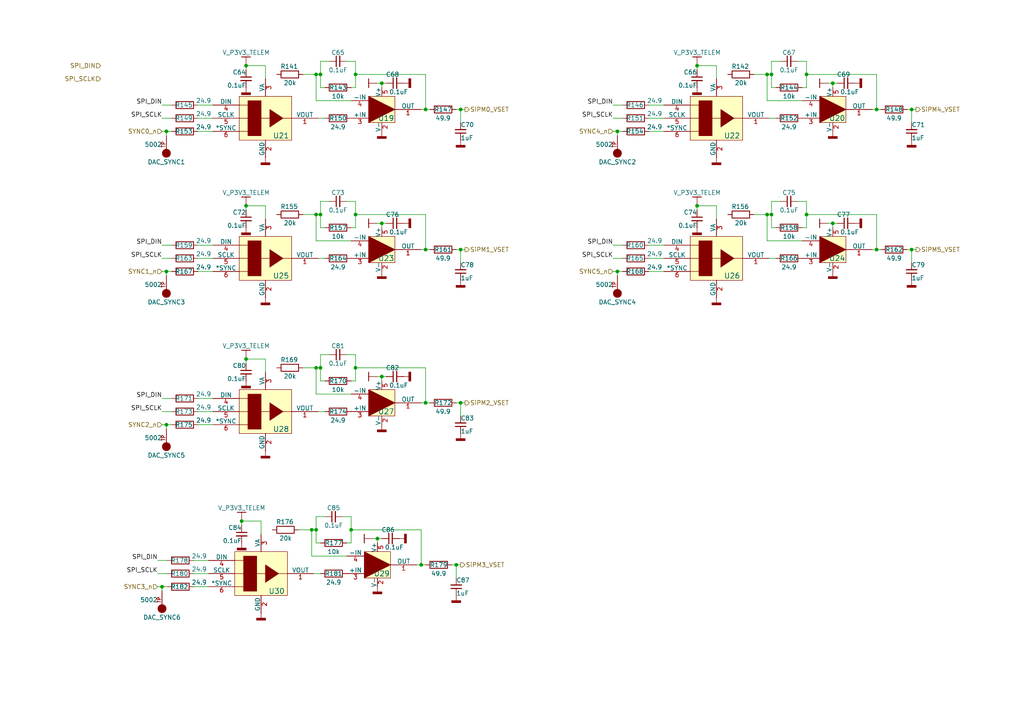
<source format=kicad_sch>
(kicad_sch (version 20250114) (generator "eeschema") (generator_version "9.0")
  (paper "A4")
  (lib_symbols
    (symbol "Analog_Dev:LTC2050HVCS5-TRMPBF" (pin_names (offset 0))
      (property "Reference" "U" (at 7.366 -2.54 0))
      (property "Value" "LTC2050HVCS5-TRMPBF" (at 20.32 -5.334 0))
      (symbol "LTC2050HVCS5-TRMPBF_1_1"
        (pin input line (at -5.08 6.35 0) (length 5.08) (name "-IN") (number "4"))
        (pin input line (at -5.08 1.27 0) (length 5.08) (name "+IN") (number "3"))
        (pin power_in line (at 3.81 10.16 270) (length 2.54) (name "V+") (number "5"))
        (pin power_in line (at 3.81 -2.54 90) (length 2.54) (name "V-") (number "2"))
        (pin output line (at 15.24 3.81 180) (length 7.62) (name "OUT") (number "1"))
      )
    )
    (symbol "Keystone:5002" (pin_names (offset 1.016))
      (property "Reference" "TP" (at -2.5444 2.5415 0))
      (property "Value" "5002" (at -2.55 -5.0866 0))
      (symbol "5002_0_0"
        (pin passive line (at -5.08 0 0) (length 5.08) (name "~") (number "TP"))
      )
    )
    (symbol "MSAG_Misc:+3.3V" (power) (pin_names (offset 0))
      (property "Value" "+3.3V" (at 0 3.556 0))
      (symbol "+3.3V_1_1"
        (pin power_in line (at 0 0 90) (length 0) (hide yes) (name "+3.3V") (number "1"))
      )
    )
    (symbol "Passive_Parts:C" (pin_numbers (hide yes)) (pin_names (offset 0) (hide yes))
      (property "Reference" "C" (at 2.54 5.08 0))
      (symbol "C_1_1"
        (pin passive line (at 0 2.54 0) (length 2.032) (name "~") (number "1"))
        (pin passive line (at 5.08 2.54 180) (length 2.032) (name "~") (number "2"))
      )
    )
    (symbol "Passive_Parts:R" (pin_numbers (hide yes)) (pin_names (offset 0) (hide yes))
      (property "Reference" "R" (at 2.54 5.08 0))
      (symbol "R_1_1"
        (pin passive line (at -1.27 2.54 0) (length 1.27) (name "~") (number "1"))
        (pin passive line (at 6.35 2.54 180) (length 1.27) (name "~") (number "2"))
      )
    )
    (symbol "R_1" (pin_numbers (hide yes)) (pin_names (offset 0) (hide yes))
      (property "Reference" "R" (at 2.54 5.08 0))
      (symbol "R_1_1_1"
        (pin passive line (at -1.27 2.54 0) (length 1.27) (name "~") (number "1"))
        (pin passive line (at 6.35 2.54 180) (length 1.27) (name "~") (number "2"))
      )
    )
    (symbol "R_2" (pin_numbers (hide yes)) (pin_names (offset 0) (hide yes))
      (property "Reference" "R" (at 2.54 5.08 0))
      (symbol "R_2_1_1"
        (pin passive line (at -1.27 2.54 0) (length 1.27) (name "~") (number "1"))
        (pin passive line (at 6.35 2.54 180) (length 1.27) (name "~") (number "2"))
      )
    )
    (symbol "R_3" (pin_numbers (hide yes)) (pin_names (offset 0) (hide yes))
      (property "Reference" "R" (at 2.54 5.08 0))
      (symbol "R_3_1_1"
        (pin passive line (at -1.27 2.54 0) (length 1.27) (name "~") (number "1"))
        (pin passive line (at 6.35 2.54 180) (length 1.27) (name "~") (number "2"))
      )
    )
    (symbol "R_4" (pin_numbers (hide yes)) (pin_names (offset 0))
      (property "Reference" "R" (at 2.54 5.08 0))
      (symbol "R_4_1_1"
        (pin passive line (at -1.27 2.54 0) (length 1.27) (name "~") (number "1"))
        (pin passive line (at 6.35 2.54 180) (length 1.27) (name "~") (number "2"))
      )
    )
    (symbol "Texas Instruments:DAC121S101CIMKX_NOPB" (pin_names (offset 0))
      (property "Reference" "U" (at 10.668 -1.524 0))
      (property "Value" "DAC121S101CIMKX/NOPB" (at 24.638 -4.318 0))
      (symbol "DAC121S101CIMKX_NOPB_0_1"
        (pin input line (at -7.62 10.16 0) (length 7.62) (name "DIN") (number "4"))
        (pin input line (at -7.62 6.35 0) (length 7.62) (name "SCLK") (number "5"))
        (pin input line (at -7.62 2.54 0) (length 7.62) (name "*SYNC") (number "6"))
        (pin output line (at 22.86 6.35 180) (length 7.62) (name "VOUT") (number "1"))
      )
      (symbol "DAC121S101CIMKX_NOPB_1_1"
        (pin power_in line (at 7.62 17.78 270) (length 5.08) (name "VA") (number "3"))
        (pin power_in line (at 7.62 -5.08 90) (length 5.08) (name "GND") (number "2"))
      )
    )
    (symbol "power:GNDD" (power) (pin_numbers (hide yes)) (pin_names (offset 0) (hide yes))
      (property "Value" "GNDD" (at 0 -3.175 0))
      (symbol "GNDD_1_1"
        (pin power_in line (at 0 0 270) (length 0) (name "~") (number "1"))
      )
    )
  )
  (junction (at 233.9254 62.23))
  (junction (at 110.7354 64.77))
  (junction (at 133.5954 116.84))
  (junction (at 71.3654 59.69))
  (junction (at 123.4354 31.75))
  (junction (at 123.4354 72.39))
  (junction (at 179.07 38.1))
  (junction (at 241.5454 24.13))
  (junction (at 132.3254 163.83))
  (junction (at 222.4954 21.59))
  (junction (at 91.6854 153.67))
  (junction (at 241.5454 64.77))
  (junction (at 71.3654 19.05))
  (junction (at 103.1154 21.59))
  (junction (at 110.7354 24.13))
  (junction (at 202.1754 59.69))
  (junction (at 48.26 78.74))
  (junction (at 48.26 38.1))
  (junction (at 70.0954 151.13))
  (junction (at 103.1154 62.23))
  (junction (at 71.3654 104.14))
  (junction (at 46.99 170.18))
  (junction (at 110.7354 109.22))
  (junction (at 91.6854 106.68))
  (junction (at 92.9554 21.59))
  (junction (at 122.1654 163.83))
  (junction (at 223.7654 62.23))
  (junction (at 91.6854 21.59))
  (junction (at 222.4954 62.23))
  (junction (at 123.4354 116.84))
  (junction (at 109.4654 156.21))
  (junction (at 48.26 123.19))
  (junction (at 223.7654 21.59))
  (junction (at 90.4154 153.67))
  (junction (at 103.1154 106.68))
  (junction (at 101.8454 153.67))
  (junction (at 254.2454 31.75))
  (junction (at 133.5954 72.39))
  (junction (at 264.4054 31.75))
  (junction (at 92.9554 62.23))
  (junction (at 92.9554 106.68))
  (junction (at 179.07 78.74))
  (junction (at 91.6854 62.23))
  (junction (at 233.9254 21.59))
  (junction (at 264.4054 72.39))
  (junction (at 133.5954 31.75))
  (junction (at 202.1754 19.05))
  (junction (at 254.2454 72.39))
  (wire (pts (xy 46.99 38.1) (xy 48.26 38.1)))
  (wire (pts (xy 254.2454 21.59) (xy 254.2454 31.75)))
  (wire (pts (xy 233.9254 21.59) (xy 233.9254 25.4)))
  (wire (pts (xy 103.1154 106.68) (xy 103.1154 110.49)))
  (wire (pts (xy 233.9254 21.59) (xy 254.2454 21.59)))
  (wire (pts (xy 264.4054 31.75) (xy 264.4054 35.56)))
  (wire (pts (xy 61.7542 115.57) (xy 57.3954 115.57)))
  (wire (pts (xy 103.1154 58.42) (xy 100.5754 58.42)))
  (wire (pts (xy 132.3254 163.83) (xy 132.3254 167.64)))
  (wire (pts (xy 103.1154 21.59) (xy 123.4354 21.59)))
  (wire (pts (xy 46.99 170.18) (xy 48.5054 170.18)))
  (wire (pts (xy 48.26 38.1) (xy 49.7754 38.1)))
  (wire (pts (xy 91.6854 69.85) (xy 101.8454 69.85)))
  (wire (pts (xy 124.7054 72.39) (xy 123.4354 72.39)))
  (wire (pts (xy 48.26 123.19) (xy 49.7754 123.19)))
  (wire (pts (xy 122.1654 116.84) (xy 123.4354 116.84)))
  (wire (pts (xy 76.9942 59.69) (xy 76.9942 63.5)))
  (wire (pts (xy 103.1154 102.87) (xy 100.5754 102.87)))
  (wire (pts (xy 61.7542 78.74) (xy 57.3954 78.74)))
  (wire (pts (xy 61.7542 119.38) (xy 57.3954 119.38)))
  (wire (pts (xy 109.4654 156.21) (xy 109.4654 157.48)))
  (wire (pts (xy 223.7654 58.42) (xy 223.7654 62.23)))
  (wire (pts (xy 103.1154 17.78) (xy 103.1154 21.59)))
  (wire (pts (xy 61.7542 74.93) (xy 57.3954 74.93)))
  (wire (pts (xy 232.6554 66.04) (xy 233.9254 66.04)))
  (wire (pts (xy 133.5954 72.39) (xy 133.5954 76.2)))
  (wire (pts (xy 223.0442 34.29) (xy 225.0354 34.29)))
  (wire (pts (xy 232.6554 25.4) (xy 233.9254 25.4)))
  (wire (pts (xy 61.7542 30.48) (xy 57.3954 30.48)))
  (wire (pts (xy 92.9554 25.4) (xy 94.2254 25.4)))
  (wire (pts (xy 222.4954 69.85) (xy 232.6554 69.85)))
  (wire (pts (xy 264.4054 72.39) (xy 265.6754 72.39)))
  (wire (pts (xy 87.8754 106.68) (xy 91.6854 106.68)))
  (wire (pts (xy 70.0954 152.4) (xy 70.0954 151.13)))
  (wire (pts (xy 223.7654 17.78) (xy 226.3054 17.78)))
  (wire (pts (xy 233.9254 62.23) (xy 233.9254 66.04)))
  (wire (pts (xy 223.7654 66.04) (xy 225.0354 66.04)))
  (wire (pts (xy 218.6854 62.23) (xy 222.4954 62.23)))
  (wire (pts (xy 91.6854 29.21) (xy 101.8454 29.21)))
  (wire (pts (xy 192.5642 30.48) (xy 188.2054 30.48)))
  (wire (pts (xy 132.3254 116.84) (xy 133.5954 116.84)))
  (wire (pts (xy 92.9554 17.78) (xy 95.4954 17.78)))
  (wire (pts (xy 233.9254 58.42) (xy 233.9254 62.23)))
  (wire (pts (xy 92.9554 102.87) (xy 92.9554 106.68)))
  (wire (pts (xy 223.7654 25.4) (xy 225.0354 25.4)))
  (wire (pts (xy 179.07 78.74) (xy 180.5854 78.74)))
  (wire (pts (xy 92.9554 102.87) (xy 95.4954 102.87)))
  (wire (pts (xy 179.07 38.1) (xy 180.5854 38.1)))
  (wire (pts (xy 92.2342 119.38) (xy 94.2254 119.38)))
  (wire (pts (xy 233.9254 62.23) (xy 254.2454 62.23)))
  (wire (pts (xy 49.7754 71.12) (xy 46.99 71.12)))
  (wire (pts (xy 101.8454 153.67) (xy 122.1654 153.67)))
  (wire (pts (xy 207.8042 59.69) (xy 207.8042 63.5)))
  (wire (pts (xy 60.4842 162.56) (xy 56.1254 162.56)))
  (wire (pts (xy 46.99 170.18) (xy 46.99 171.45)))
  (wire (pts (xy 252.9754 31.75) (xy 254.2454 31.75)))
  (wire (pts (xy 48.26 78.74) (xy 49.7754 78.74)))
  (wire (pts (xy 218.6854 21.59) (xy 222.4954 21.59)))
  (wire (pts (xy 177.8 38.1) (xy 179.07 38.1)))
  (wire (pts (xy 86.6054 153.67) (xy 90.4154 153.67)))
  (wire (pts (xy 103.1154 106.68) (xy 123.4354 106.68)))
  (wire (pts (xy 192.5642 71.12) (xy 188.2054 71.12)))
  (wire (pts (xy 87.8754 62.23) (xy 91.6854 62.23)))
  (wire (pts (xy 103.1154 102.87) (xy 103.1154 106.68)))
  (wire (pts (xy 101.8454 149.86) (xy 101.8454 153.67)))
  (wire (pts (xy 91.6854 153.67) (xy 91.6854 157.48)))
  (wire (pts (xy 92.9554 110.49) (xy 94.2254 110.49)))
  (wire (pts (xy 101.8454 66.04) (xy 103.1154 66.04)))
  (wire (pts (xy 90.4154 153.67) (xy 91.6854 153.67)))
  (wire (pts (xy 91.6854 62.23) (xy 92.9554 62.23)))
  (wire (pts (xy 48.26 38.1) (xy 48.26 39.37)))
  (wire (pts (xy 109.4654 64.77) (xy 110.7354 64.77)))
  (wire (pts (xy 48.26 78.74) (xy 48.26 80.01)))
  (wire (pts (xy 202.1754 59.69) (xy 207.8042 59.69)))
  (wire (pts (xy 264.4054 31.75) (xy 265.6754 31.75)))
  (wire (pts (xy 255.5154 31.75) (xy 254.2454 31.75)))
  (wire (pts (xy 254.2454 62.23) (xy 254.2454 72.39)))
  (wire (pts (xy 103.1154 62.23) (xy 103.1154 66.04)))
  (wire (pts (xy 108.1954 156.21) (xy 109.4654 156.21)))
  (wire (pts (xy 202.1754 60.96) (xy 202.1754 59.69)))
  (wire (pts (xy 91.6854 157.48) (xy 92.9554 157.48)))
  (wire (pts (xy 91.6854 149.86) (xy 94.2254 149.86)))
  (wire (pts (xy 48.5054 166.37) (xy 45.72 166.37)))
  (wire (pts (xy 92.9554 17.78) (xy 92.9554 21.59)))
  (wire (pts (xy 75.7242 151.13) (xy 75.7242 154.94)))
  (wire (pts (xy 222.4954 62.23) (xy 223.7654 62.23)))
  (wire (pts (xy 71.3654 19.05) (xy 76.9942 19.05)))
  (wire (pts (xy 255.5154 72.39) (xy 254.2454 72.39)))
  (wire (pts (xy 103.1154 21.59) (xy 103.1154 25.4)))
  (wire (pts (xy 101.8454 153.67) (xy 101.8454 157.48)))
  (wire (pts (xy 101.8454 149.86) (xy 99.3054 149.86)))
  (wire (pts (xy 110.7354 64.77) (xy 110.7354 66.04)))
  (wire (pts (xy 241.5454 24.13) (xy 241.5454 25.4)))
  (wire (pts (xy 132.3254 72.39) (xy 133.5954 72.39)))
  (wire (pts (xy 226.0255 57.15) (xy 226.0255 57.1419)))
  (wire (pts (xy 100.5754 157.48) (xy 101.8454 157.48)))
  (wire (pts (xy 192.5642 74.93) (xy 188.2054 74.93)))
  (wire (pts (xy 61.7542 71.12) (xy 57.3954 71.12)))
  (wire (pts (xy 242.8154 24.13) (xy 241.5454 24.13)))
  (wire (pts (xy 92.9554 106.68) (xy 92.9554 110.49)))
  (wire (pts (xy 109.4654 24.13) (xy 110.7354 24.13)))
  (wire (pts (xy 101.8454 110.49) (xy 103.1154 110.49)))
  (wire (pts (xy 179.07 38.1) (xy 179.07 39.37)))
  (wire (pts (xy 179.07 78.74) (xy 179.07 80.01)))
  (wire (pts (xy 180.5854 74.93) (xy 177.8 74.93)))
  (wire (pts (xy 60.4842 170.18) (xy 56.1254 170.18)))
  (wire (pts (xy 223.7654 58.42) (xy 226.3054 58.42)))
  (wire (pts (xy 252.9754 72.39) (xy 254.2454 72.39)))
  (wire (pts (xy 132.3254 31.75) (xy 133.5954 31.75)))
  (wire (pts (xy 223.0442 74.93) (xy 225.0354 74.93)))
  (wire (pts (xy 264.4054 72.39) (xy 264.4054 76.2)))
  (wire (pts (xy 207.8042 19.05) (xy 207.8042 22.86)))
  (wire (pts (xy 46.99 123.19) (xy 48.26 123.19)))
  (wire (pts (xy 122.1654 72.39) (xy 123.4354 72.39)))
  (wire (pts (xy 103.1154 17.78) (xy 100.5754 17.78)))
  (wire (pts (xy 180.5854 34.29) (xy 177.8 34.29)))
  (wire (pts (xy 92.9554 62.23) (xy 92.9554 66.04)))
  (wire (pts (xy 202.1754 19.05) (xy 207.8042 19.05)))
  (wire (pts (xy 109.4654 109.22) (xy 110.7354 109.22)))
  (wire (pts (xy 202.1754 20.32) (xy 202.1754 19.05)))
  (wire (pts (xy 233.9254 17.78) (xy 231.3854 17.78)))
  (wire (pts (xy 46.99 78.74) (xy 48.26 78.74)))
  (wire (pts (xy 49.7754 30.48) (xy 46.99 30.48)))
  (wire (pts (xy 90.9642 166.37) (xy 92.9554 166.37)))
  (wire (pts (xy 103.1154 62.23) (xy 123.4354 62.23)))
  (wire (pts (xy 48.26 123.19) (xy 48.26 124.46)))
  (wire (pts (xy 222.4954 29.21) (xy 222.4954 21.59)))
  (wire (pts (xy 110.7354 24.13) (xy 110.7354 25.4)))
  (wire (pts (xy 222.4954 69.85) (xy 222.4954 62.23)))
  (wire (pts (xy 133.5954 116.84) (xy 133.5954 120.65)))
  (wire (pts (xy 61.7542 38.1) (xy 57.3954 38.1)))
  (wire (pts (xy 91.6854 114.3) (xy 91.6854 106.68)))
  (wire (pts (xy 122.1654 153.67) (xy 122.1654 163.83)))
  (wire (pts (xy 71.3654 105.41) (xy 71.3654 104.14)))
  (wire (pts (xy 91.6854 149.86) (xy 91.6854 153.67)))
  (wire (pts (xy 71.3654 20.32) (xy 71.3654 19.05)))
  (wire (pts (xy 92.2342 74.93) (xy 94.2254 74.93)))
  (wire (pts (xy 222.4954 29.21) (xy 232.6554 29.21)))
  (wire (pts (xy 123.4354 106.68) (xy 123.4354 116.84)))
  (wire (pts (xy 48.5054 162.56) (xy 45.72 162.56)))
  (wire (pts (xy 90.4154 161.29) (xy 100.5754 161.29)))
  (wire (pts (xy 263.1354 31.75) (xy 264.4054 31.75)))
  (wire (pts (xy 112.0054 109.22) (xy 110.7354 109.22)))
  (wire (pts (xy 123.4354 163.83) (xy 122.1654 163.83)))
  (wire (pts (xy 71.3654 59.69) (xy 76.9942 59.69)))
  (wire (pts (xy 192.5642 38.1) (xy 188.2054 38.1)))
  (wire (pts (xy 60.4842 166.37) (xy 56.1254 166.37)))
  (wire (pts (xy 92.9554 58.42) (xy 92.9554 62.23)))
  (wire (pts (xy 122.1654 31.75) (xy 123.4354 31.75)))
  (wire (pts (xy 123.4354 21.59) (xy 123.4354 31.75)))
  (wire (pts (xy 91.6854 29.21) (xy 91.6854 21.59)))
  (wire (pts (xy 61.7542 123.19) (xy 57.3954 123.19)))
  (wire (pts (xy 120.8954 163.83) (xy 122.1654 163.83)))
  (wire (pts (xy 133.5954 116.84) (xy 134.8654 116.84)))
  (wire (pts (xy 133.5954 31.75) (xy 133.5954 35.56)))
  (wire (pts (xy 263.1354 72.39) (xy 264.4054 72.39)))
  (wire (pts (xy 91.6854 21.59) (xy 92.9554 21.59)))
  (wire (pts (xy 110.7354 109.22) (xy 110.7354 110.49)))
  (wire (pts (xy 49.7754 115.57) (xy 46.99 115.57)))
  (wire (pts (xy 222.4954 21.59) (xy 223.7654 21.59)))
  (wire (pts (xy 92.9554 58.42) (xy 95.4954 58.42)))
  (wire (pts (xy 45.72 170.18) (xy 46.99 170.18)))
  (wire (pts (xy 180.5854 30.48) (xy 177.8 30.48)))
  (wire (pts (xy 101.8454 25.4) (xy 103.1154 25.4)))
  (wire (pts (xy 87.8754 21.59) (xy 91.6854 21.59)))
  (wire (pts (xy 180.5854 71.12) (xy 177.8 71.12)))
  (wire (pts (xy 92.2342 34.29) (xy 94.2254 34.29)))
  (wire (pts (xy 223.7654 62.23) (xy 223.7654 66.04)))
  (wire (pts (xy 76.9942 104.14) (xy 76.9942 107.95)))
  (wire (pts (xy 241.5454 64.77) (xy 241.5454 66.04)))
  (wire (pts (xy 131.0554 163.83) (xy 132.3254 163.83)))
  (wire (pts (xy 124.7054 116.84) (xy 123.4354 116.84)))
  (wire (pts (xy 233.9254 17.78) (xy 233.9254 21.59)))
  (wire (pts (xy 124.7054 31.75) (xy 123.4354 31.75)))
  (wire (pts (xy 112.0054 64.77) (xy 110.7354 64.77)))
  (wire (pts (xy 49.7754 34.29) (xy 46.99 34.29)))
  (wire (pts (xy 233.9254 58.42) (xy 231.3854 58.42)))
  (wire (pts (xy 92.9554 21.59) (xy 92.9554 25.4)))
  (wire (pts (xy 90.4154 161.29) (xy 90.4154 153.67)))
  (wire (pts (xy 223.7654 21.59) (xy 223.7654 25.4)))
  (wire (pts (xy 71.3654 60.96) (xy 71.3654 59.69)))
  (wire (pts (xy 132.3254 163.83) (xy 133.5954 163.83)))
  (wire (pts (xy 112.0054 24.13) (xy 110.7354 24.13)))
  (wire (pts (xy 192.5642 78.74) (xy 188.2054 78.74)))
  (wire (pts (xy 91.6854 106.68) (xy 92.9554 106.68)))
  (wire (pts (xy 242.8154 64.77) (xy 241.5454 64.77)))
  (wire (pts (xy 49.7754 74.93) (xy 46.99 74.93)))
  (wire (pts (xy 110.7354 156.21) (xy 109.4654 156.21)))
  (wire (pts (xy 123.4354 62.23) (xy 123.4354 72.39)))
  (wire (pts (xy 76.9942 19.05) (xy 76.9942 22.86)))
  (wire (pts (xy 91.6854 114.3) (xy 101.8454 114.3)))
  (wire (pts (xy 223.7654 17.78) (xy 223.7654 21.59)))
  (wire (pts (xy 92.9554 66.04) (xy 94.2254 66.04)))
  (wire (pts (xy 49.7754 119.38) (xy 46.99 119.38)))
  (wire (pts (xy 192.5642 34.29) (xy 188.2054 34.29)))
  (wire (pts (xy 133.5954 72.39) (xy 134.8654 72.39)))
  (wire (pts (xy 177.8 78.74) (xy 179.07 78.74)))
  (wire (pts (xy 240.2754 64.77) (xy 241.5454 64.77)))
  (wire (pts (xy 91.6854 69.85) (xy 91.6854 62.23)))
  (wire (pts (xy 240.2754 24.13) (xy 241.5454 24.13)))
  (wire (pts (xy 133.5954 31.75) (xy 134.8654 31.75)))
  (wire (pts (xy 70.0954 151.13) (xy 75.7242 151.13)))
  (wire (pts (xy 61.7542 34.29) (xy 57.3954 34.29)))
  (wire (pts (xy 71.3654 104.14) (xy 76.9942 104.14)))
  (wire (pts (xy 103.1154 58.42) (xy 103.1154 62.23)))
  (label "SPI_DIN" (at 46.99 115.57 180))
  (label "SPI_SCLK" (at 46.99 119.38 180))
  (label "SPI_DIN" (at 46.99 71.12 180))
  (label "SPI_SCLK" (at 46.99 74.93 180))
  (label "SPI_DIN" (at 46.99 30.48 180))
  (label "SPI_SCLK" (at 177.8 74.93 180))
  (label "SPI_SCLK" (at 177.8 34.29 180))
  (label "SPI_DIN" (at 177.8 71.12 180))
  (label "SPI_DIN" (at 45.72 162.56 180))
  (label "SPI_DIN" (at 177.8 30.48 180))
  (label "SPI_SCLK" (at 45.72 166.37 180))
  (label "SPI_SCLK" (at 46.99 34.29 180))
  (hierarchical_label "SiPM1_VSET" (shape output) (at 134.8654 72.39 0))
  (hierarchical_label "SiPM2_VSET" (shape output) (at 134.8654 116.84 0))
  (hierarchical_label "SiPM4_VSET" (shape output) (at 265.6754 31.75 0))
  (hierarchical_label "SiPM0_VSET" (shape output) (at 134.8654 31.75 0))
  (hierarchical_label "SiPM5_VSET" (shape output) (at 265.6754 72.39 0))
  (hierarchical_label "SYNC4_n" (shape input) (at 177.8 38.1 180))
  (hierarchical_label "SPI_DIN" (shape input) (at 29.21 19.05 180))
  (hierarchical_label "SYNC5_n" (shape input) (at 177.8 78.74 180))
  (hierarchical_label "SYNC0_n" (shape input) (at 46.99 38.1 180))
  (hierarchical_label "SYNC1_n" (shape input) (at 46.99 78.74 180))
  (hierarchical_label "SiPM3_VSET" (shape output) (at 133.5954 163.83 0))
  (hierarchical_label "SYNC2_n" (shape input) (at 46.99 123.19 180))
  (hierarchical_label "SPI_SCLK" (shape input) (at 29.21 22.86 180))
  (hierarchical_label "SYNC3_n" (shape input) (at 45.72 170.18 180))
  (symbol (lib_id "power:GNDD") (at 110.7354 123.19 0) (unit 1) (on_board no)
    (property "Reference" "#PWR0216" (effects (hide yes)))
    (property "Value" "GNDT" (effects (hide yes)))
    (property "Description" "Power symbol creates a global label with name \"GNDD\" , digital ground" (effects (hide yes)))
  )
  (symbol (lib_id "Keystone:5002") (at 46.99 176.53 270) (unit 1) (on_board no)
    (property "Reference" "DAC_SYNC6" (at 46.99 179.07 90))
    (property "Value" "5002" (at 43.18 173.99 90))
    (property "Footprint" "TestPoint:TestPoint_Keystone_5000-5004_Miniature" (effects (hide yes)))
    (property "Datasheet" "https://www.keyelco.com/userAssets/file/M65p56.pdf" (effects (hide yes)))
    (property "Description" "White PC Test Point, Miniature Phosphor Bronze Silver Plating Through Hole Mounting Type" (effects (hide yes)))
    (property "Manufacturer" "Keystone" (effects (hide yes)))
    (property "ManufacturerPN" "5002" (effects (hide yes)))
    (property "Vendor" "Digikey" (effects (hide yes)))
    (property "VendorPN" "36-5002-ND" (effects (hide yes)))
    (property "VendorURL" "https://www.digikey.com/en/products/detail/keystone-electronics/5002/255328" (effects (hide yes)))
    (property "Mounting Type" "Through Hole" (effects (hide yes)))
  )
  (symbol (lib_id "power:GNDD") (at 117.0854 64.77 90) (unit 1) (on_board no)
    (property "Reference" "#PWR0201" (effects (hide yes)))
    (property "Value" "GNDT" (effects (hide yes)))
    (property "Description" "Power symbol creates a global label with name \"GNDD\" , digital ground" (effects (hide yes)))
  )
  (symbol (lib_id "power:GNDD") (at 264.4054 40.64 0) (unit 1) (on_board no)
    (property "Reference" "#PWR0195" (effects (hide yes)))
    (property "Value" "GNDT" (effects (hide yes)))
    (property "Description" "Power symbol creates a global label with name \"GNDD\" , digital ground" (effects (hide yes)))
  )
  (symbol (lib_id "power:GNDD") (at 207.8042 45.72 0) (unit 1) (on_board no)
    (property "Reference" "#PWR0197" (effects (hide yes)))
    (property "Value" "GNDT" (effects (hide yes)))
    (property "Description" "Power symbol creates a global label with name \"GNDD\" , digital ground" (effects (hide yes)))
  )
  (symbol (lib_name "R_3") (lib_id "Passive_Parts:R") (at 51.0454 121.92 0) (unit 1) (on_board no)
    (property "Reference" "R173" (at 53.34 119.38 0))
    (property "Value" "24.9" (at 59.055 118.11 0))
    (property "Footprint" "Resistor_SMD:R_0603_1608Metric" (effects (hide yes)))
    (property "Datasheet" "https://www.seielect.com/catalog/sei-rmcf_rmcp.pdf" (effects (hide yes)))
    (property "Description" "RES 24.9 OHM 1% 1/10W 0603" (effects (hide yes)))
    (property "Manufacturer" "Stackpole Electronics Inc" (effects (hide yes)))
    (property "Man. Part Num" "RMCF0603FT24R9" (effects (hide yes)))
    (property "Distributor" "Digi-Key" (effects (hide yes)))
    (property "Dist. Part Num" "RMCF0603FT24R9CT-ND" (effects (hide yes)))
    (property "Part Type" "SMD" (effects (hide yes)))
    (property "Package" "0603" (effects (hide yes)))
  )
  (symbol (lib_name "R_4") (lib_id "Passive_Parts:R") (at 226.3054 68.58 0) (unit 1) (on_board no)
    (property "Reference" "R158" (at 228.8454 66.04 0))
    (property "Value" "10k" (at 228.8454 68.58 0))
    (property "Footprint" "Resistor_SMD:R_0402_1005Metric" (effects (hide yes)))
    (property "Datasheet" "https://industrial.panasonic.com/cdbs/www-data/pdf/RDM0000/AOA0000C307.pdf" (effects (hide yes)))
    (property "Description" "10 kOhms ±0.1% 0.063W, 1/16W Chip Resistor 0402 (1005 Metric) Automotive AEC-Q200 Thin Film" (effects (hide yes)))
    (property "Manufacturer" "Panasonic Electronic Components" (effects (hide yes)))
    (property "Man. Part Num" "ERA-2AEB103X" (effects (hide yes)))
    (property "Distributor" "Digi-Key" (effects (hide yes)))
    (property "Dist. Part Num" "P10KDCCT-ND" (effects (hide yes)))
    (property "Part Type" "SMD" (effects (hide yes)))
    (property "Package" "0402 (1005 Metric)" (effects (hide yes)))
  )
  (symbol (lib_name "R_4") (lib_id "Passive_Parts:R") (at 124.7054 166.37 0) (unit 1) (on_board no)
    (property "Reference" "R179" (at 127.2454 163.83 0))
    (property "Value" "49.9" (at 127.2454 166.37 0))
    (property "Footprint" "Resistor_SMD:R_0603_1608Metric" (effects (hide yes)))
    (property "Datasheet" "https://industrial.panasonic.com/cdbs/www-data/pdf/RDM0000/AOA0000C307.pdf" (effects (hide yes)))
    (property "Description" "49.9 Ohms ±0.1% 0.1W, 1/10W Chip Resistor 0603 (1608 Metric) Automotive AEC-Q200 Thin Film" (effects (hide yes)))
    (property "Manufacturer" "Panasonic Electronic Components" (effects (hide yes)))
    (property "Man. Part Num" "ERA-3AEB49R9V" (effects (hide yes)))
    (property "Distributor" "Digi-Key" (effects (hide yes)))
    (property "Dist. Part Num" "P49.9DBCT-ND" (effects (hide yes)))
    (property "Part Type" "SMD" (effects (hide yes)))
    (property "Package" "0603 (1608 Metric)" (effects (hide yes)))
  )
  (symbol (lib_id "Passive_Parts:C") (at 68.8254 60.96 270) (unit 1) (on_board no)
    (property "Reference" "C72" (at 71.3654 61.595 90) (effects (justify right)))
    (property "Value" "0.1uF" (at 71.3654 65.405 90) (effects (justify right)))
    (property "Footprint" "Capacitor_SMD:C_0402_1005Metric" (effects (hide yes)))
    (property "Datasheet" "https://mm.digikey.com/Volume0/opasdata/d220001/medias/docus/3584/CL10B105KP8NNNC_Spec.pdf" (effects (hide yes)))
    (property "Description" "CAP CER 0.1UF 25V X7R 0402" (effects (hide yes)))
    (property "Manufacturer" "Samsung Electro-Mechanics" (effects (hide yes)))
    (property "Man. Part Num" "CL05B104KA5NNNC" (effects (hide yes)))
    (property "Distributor" "Digi-Key" (effects (hide yes)))
    (property "Dist. Part Num" "1276-6720-1-ND" (effects (hide yes)))
    (property "Package" "0402" (effects (hide yes)))
    (property "Part Type" "SMD" (effects (hide yes)))
  )
  (symbol (lib_id "Passive_Parts:C") (at 112.0054 106.68 0) (mirror x) (unit 1) (on_board no)
    (property "Reference" "C82" (at 115.8154 106.68 0) (effects (justify right)))
    (property "Value" "0.1uF" (at 118.3554 111.76 0) (effects (justify right)))
    (property "Footprint" "Capacitor_SMD:C_0402_1005Metric" (effects (hide yes)))
    (property "Datasheet" "https://mm.digikey.com/Volume0/opasdata/d220001/medias/docus/3584/CL10B105KP8NNNC_Spec.pdf" (effects (hide yes)))
    (property "Description" "CAP CER 0.1UF 25V X7R 0402" (effects (hide yes)))
    (property "Manufacturer" "Samsung Electro-Mechanics" (effects (hide yes)))
    (property "Man. Part Num" "CL05B104KA5NNNC" (effects (hide yes)))
    (property "Distributor" "Digi-Key" (effects (hide yes)))
    (property "Dist. Part Num" "1276-6720-1-ND" (effects (hide yes)))
    (property "Package" "0402" (effects (hide yes)))
    (property "Part Type" "SMD" (effects (hide yes)))
  )
  (symbol (lib_id "power:GNDD") (at 110.7354 38.1 0) (unit 1) (on_board no)
    (property "Reference" "#PWR0192" (effects (hide yes)))
    (property "Value" "GNDT" (effects (hide yes)))
    (property "Description" "Power symbol creates a global label with name \"GNDD\" , digital ground" (effects (hide yes)))
  )
  (symbol (lib_id "power:GNDD") (at 133.5954 125.73 0) (unit 1) (on_board no)
    (property "Reference" "#PWR0217" (effects (hide yes)))
    (property "Value" "GNDT" (effects (hide yes)))
    (property "Description" "Power symbol creates a global label with name \"GNDD\" , digital ground" (effects (hide yes)))
  )
  (symbol (lib_name "R_1") (lib_id "Passive_Parts:R") (at 226.3054 36.83 0) (unit 1) (on_board no)
    (property "Reference" "R152" (at 228.8454 34.29 0))
    (property "Value" "24.9" (at 228.8454 36.83 0))
    (property "Footprint" "Resistor_SMD:R_0603_1608Metric" (effects (hide yes)))
    (property "Datasheet" "https://www.seielect.com/catalog/sei-rmcf_rmcp.pdf" (effects (hide yes)))
    (property "Description" "RES 24.9 OHM 1% 1/10W 0603" (effects (hide yes)))
    (property "Manufacturer" "Stackpole Electronics Inc" (effects (hide yes)))
    (property "Man. Part Num" "RMCF0603FT24R9" (effects (hide yes)))
    (property "Distributor" "Digi-Key" (effects (hide yes)))
    (property "Dist. Part Num" "RMCF0603FT24R9CT-ND" (effects (hide yes)))
    (property "Part Type" "SMD" (effects (hide yes)))
    (property "Package" "0603" (effects (hide yes)))
  )
  (symbol (lib_id "Texas Instruments:DAC121S101CIMKX_NOPB") (at 69.3742 125.73 0) (unit 1) (on_board no)
    (property "Reference" "U28" (at 81.5254 124.46 0) (effects (font (size 1.524 1.524))))
    (property "Value" "DAC121S101CIMKX/NOPB" (effects (hide yes)))
    (property "Footprint" "Texas_Instruments:MK06A" (effects (hide yes)))
    (property "Datasheet" "https://www.ti.com/general/docs/suppproductinfo.tsp?distId=10&gotoUrl=https%3A%2F%2Fwww.ti.com%2Flit%2Fgpn%2Fdac121s101" (effects (hide yes)))
    (property "Description" "12-Bit DAC" (effects (hide yes)))
    (property "Manufacturer" "Texas Instruments" (effects (hide yes)))
    (property "Man. Part Num" "DAC121S101CIMKX/NOPB" (effects (hide yes)))
    (property "Distributor" "Digi-Key" (effects (hide yes)))
    (property "Dist. Part Num" "296-38083-1-ND" (effects (hide yes)))
    (property "Package" "TSOT23-6" (effects (hide yes)))
    (property "Part Type" "SMD" (effects (hide yes)))
  )
  (symbol (lib_id "power:GNDD") (at 133.5954 40.64 0) (unit 1) (on_board no)
    (property "Reference" "#PWR0194" (effects (hide yes)))
    (property "Value" "GNDT" (effects (hide yes)))
    (property "Description" "Power symbol creates a global label with name \"GNDD\" , digital ground" (effects (hide yes)))
  )
  (symbol (lib_id "Analog_Dev:LTC2050HVCS5-TRMPBF") (at 106.9254 76.2 0) (unit 1) (on_board no)
    (property "Reference" "U23" (at 112.0054 74.93 0) (effects (font (size 1.524 1.524))))
    (property "Value" "LTC2050HVCS5-TRMPBF" (effects (hide yes)))
    (property "Footprint" "S_5_ADI" (effects (hide yes)))
    (property "Datasheet" "https://www.analog.com/media/en/technical-documentation/data-sheets/LTC2050-2050HV.pdf" (effects (hide yes)))
    (property "Description" "IC OPAMP ZER-DRIFT 1CIR TSOT23-5" (effects (hide yes)))
    (property "Manufacturer" "Analog Devices Inc." (effects (hide yes)))
    (property "Man. Part Num" "LTC2050HVCS5#TRMPBF" (effects (hide yes)))
    (property "Distributor" "Digi-Key" (effects (hide yes)))
    (property "Dist. Part Num" "505-LTC2050HVCS5#TRMPBFCT-ND" (effects (hide yes)))
    (property "Part Type" "SMD" (effects (hide yes)))
    (property "Package" "TSOT23-5" (effects (hide yes)))
  )
  (symbol (lib_name "R_1") (lib_id "Passive_Parts:R") (at 95.4954 77.47 0) (unit 1) (on_board no)
    (property "Reference" "R164" (at 98.0354 74.93 0))
    (property "Value" "24.9" (at 98.0354 77.47 0))
    (property "Footprint" "Resistor_SMD:R_0603_1608Metric" (effects (hide yes)))
    (property "Datasheet" "https://www.seielect.com/catalog/sei-rmcf_rmcp.pdf" (effects (hide yes)))
    (property "Description" "RES 24.9 OHM 1% 1/10W 0603" (effects (hide yes)))
    (property "Manufacturer" "Stackpole Electronics Inc" (effects (hide yes)))
    (property "Man. Part Num" "RMCF0603FT24R9" (effects (hide yes)))
    (property "Distributor" "Digi-Key" (effects (hide yes)))
    (property "Dist. Part Num" "RMCF0603FT24R9CT-ND" (effects (hide yes)))
    (property "Part Type" "SMD" (effects (hide yes)))
    (property "Package" "0603" (effects (hide yes)))
  )
  (symbol (lib_id "Keystone:5002") (at 48.26 129.54 270) (unit 1) (on_board no)
    (property "Reference" "DAC_SYNC5" (at 48.26 132.08 90))
    (property "Value" "5002" (at 44.45 127 90))
    (property "Footprint" "TestPoint:TestPoint_Keystone_5000-5004_Miniature" (effects (hide yes)))
    (property "Datasheet" "https://www.keyelco.com/userAssets/file/M65p56.pdf" (effects (hide yes)))
    (property "Description" "White PC Test Point, Miniature Phosphor Bronze Silver Plating Through Hole Mounting Type" (effects (hide yes)))
    (property "Manufacturer" "Keystone" (effects (hide yes)))
    (property "ManufacturerPN" "5002" (effects (hide yes)))
    (property "Vendor" "Digikey" (effects (hide yes)))
    (property "VendorPN" "36-5002-ND" (effects (hide yes)))
    (property "VendorURL" "https://www.digikey.com/en/products/detail/keystone-electronics/5002/255328" (effects (hide yes)))
    (property "Mounting Type" "Through Hole" (effects (hide yes)))
  )
  (symbol (lib_id "power:GNDD") (at 207.8042 86.36 0) (unit 1) (on_board no)
    (property "Reference" "#PWR0211" (effects (hide yes)))
    (property "Value" "GNDT" (effects (hide yes)))
    (property "Description" "Power symbol creates a global label with name \"GNDD\" , digital ground" (effects (hide yes)))
  )
  (symbol (lib_id "Texas Instruments:DAC121S101CIMKX_NOPB") (at 200.1842 40.64 0) (unit 1) (on_board no)
    (property "Reference" "U22" (at 212.3354 39.37 0) (effects (font (size 1.524 1.524))))
    (property "Value" "DAC121S101CIMKX/NOPB" (effects (hide yes)))
    (property "Footprint" "Texas_Instruments:MK06A" (effects (hide yes)))
    (property "Datasheet" "https://www.ti.com/general/docs/suppproductinfo.tsp?distId=10&gotoUrl=https%3A%2F%2Fwww.ti.com%2Flit%2Fgpn%2Fdac121s101" (effects (hide yes)))
    (property "Description" "12-Bit DAC" (effects (hide yes)))
    (property "Manufacturer" "Texas Instruments" (effects (hide yes)))
    (property "Man. Part Num" "DAC121S101CIMKX/NOPB" (effects (hide yes)))
    (property "Distributor" "Digi-Key" (effects (hide yes)))
    (property "Dist. Part Num" "296-38083-1-ND" (effects (hide yes)))
    (property "Package" "TSOT23-6" (effects (hide yes)))
    (property "Part Type" "SMD" (effects (hide yes)))
  )
  (symbol (lib_id "MSAG_Misc:+3.3V") (at 108.1954 156.21 90) (unit 1) (on_board no)
    (property "Reference" "#PWR0220" (effects (hide yes)))
    (property "Value" "V_P5V" (effects (hide yes)))
    (property "Description" "power-flag symbol" (effects (hide yes)))
  )
  (symbol (lib_id "Passive_Parts:C") (at 226.3054 20.32 0) (unit 1) (on_board no)
    (property "Reference" "C67" (at 228.8454 15.24 0))
    (property "Value" "0.1uF" (at 228.8454 20.32 0))
    (property "Footprint" "Capacitor_SMD:C_0402_1005Metric" (effects (hide yes)))
    (property "Datasheet" "https://mm.digikey.com/Volume0/opasdata/d220001/medias/docus/3584/CL10B105KP8NNNC_Spec.pdf" (effects (hide yes)))
    (property "Description" "CAP CER 0.1UF 25V X7R 0402" (effects (hide yes)))
    (property "Manufacturer" "Samsung Electro-Mechanics" (effects (hide yes)))
    (property "Man. Part Num" "CL05B104KA5NNNC" (effects (hide yes)))
    (property "Distributor" "Digi-Key" (effects (hide yes)))
    (property "Dist. Part Num" "1276-6720-1-ND" (effects (hide yes)))
    (property "Package" "0402" (effects (hide yes)))
    (property "Part Type" "SMD" (effects (hide yes)))
  )
  (symbol (lib_id "power:GNDD") (at 76.9942 45.72 0) (unit 1) (on_board no)
    (property "Reference" "#PWR0196" (effects (hide yes)))
    (property "Value" "GNDT" (effects (hide yes)))
    (property "Description" "Power symbol creates a global label with name \"GNDD\" , digital ground" (effects (hide yes)))
  )
  (symbol (lib_id "Passive_Parts:C") (at 266.9454 81.28 90) (unit 1) (on_board no)
    (property "Reference" "C79" (at 264.4054 76.835 90) (effects (justify right)))
    (property "Value" "1uF" (at 264.4054 80.645 90) (effects (justify right)))
    (property "Footprint" "Capacitor_SMD:C_0603_1608Metric" (effects (hide yes)))
    (property "Datasheet" "https://content.kemet.com/datasheets/KEM_C1002_X7R_SMD.pdf" (effects (hide yes)))
    (property "Description" "1 µF ±10% 16V Ceramic Capacitor X7R 0603 (1608 Metric)" (effects (hide yes)))
    (property "Manufacturer" "KEMET" (effects (hide yes)))
    (property "Man. Part Num" "C0603C105K4RACTU" (effects (hide yes)))
    (property "Distributor" "Digi-Key" (effects (hide yes)))
    (property "Dist. Part Num" "399-C0603C105K4RACTUCT-ND" (effects (hide yes)))
    (property "Package" "0603 (1608 Metric)" (effects (hide yes)))
    (property "Part Type" "SMD" (effects (hide yes)))
  )
  (symbol (lib_id "Keystone:5002") (at 179.07 85.09 270) (unit 1) (on_board no)
    (property "Reference" "DAC_SYNC4" (at 179.07 87.63 90))
    (property "Value" "5002" (at 175.26 82.55 90))
    (property "Footprint" "TestPoint:TestPoint_Keystone_5000-5004_Miniature" (effects (hide yes)))
    (property "Datasheet" "https://www.keyelco.com/userAssets/file/M65p56.pdf" (effects (hide yes)))
    (property "Description" "White PC Test Point, Miniature Phosphor Bronze Silver Plating Through Hole Mounting Type" (effects (hide yes)))
    (property "Manufacturer" "Keystone" (effects (hide yes)))
    (property "ManufacturerPN" "5002" (effects (hide yes)))
    (property "Vendor" "Digikey" (effects (hide yes)))
    (property "VendorPN" "36-5002-ND" (effects (hide yes)))
    (property "VendorURL" "https://www.digikey.com/en/products/detail/keystone-electronics/5002/255328" (effects (hide yes)))
    (property "Mounting Type" "Through Hole" (effects (hide yes)))
  )
  (symbol (lib_id "MSAG_Misc:+3.3V") (at 109.4654 109.22 90) (unit 1) (on_board no)
    (property "Reference" "#PWR0213" (effects (hide yes)))
    (property "Value" "V_P5V" (effects (hide yes)))
    (property "Description" "power-flag symbol" (effects (hide yes)))
  )
  (symbol (lib_id "Texas Instruments:DAC121S101CIMKX_NOPB") (at 200.1842 81.28 0) (unit 1) (on_board no)
    (property "Reference" "U26" (at 212.3354 80.01 0) (effects (font (size 1.524 1.524))))
    (property "Value" "DAC121S101CIMKX/NOPB" (effects (hide yes)))
    (property "Footprint" "Texas_Instruments:MK06A" (effects (hide yes)))
    (property "Datasheet" "https://www.ti.com/general/docs/suppproductinfo.tsp?distId=10&gotoUrl=https%3A%2F%2Fwww.ti.com%2Flit%2Fgpn%2Fdac121s101" (effects (hide yes)))
    (property "Description" "12-Bit DAC" (effects (hide yes)))
    (property "Manufacturer" "Texas Instruments" (effects (hide yes)))
    (property "Man. Part Num" "DAC121S101CIMKX/NOPB" (effects (hide yes)))
    (property "Distributor" "Digi-Key" (effects (hide yes)))
    (property "Dist. Part Num" "296-38083-1-ND" (effects (hide yes)))
    (property "Package" "TSOT23-6" (effects (hide yes)))
    (property "Part Type" "SMD" (effects (hide yes)))
  )
  (symbol (lib_name "R_2") (lib_id "Passive_Parts:R") (at 51.0454 73.66 0) (unit 1) (on_board no)
    (property "Reference" "R159" (at 53.34 71.12 0))
    (property "Value" "24.9" (at 59.055 69.85 0))
    (property "Footprint" "Resistor_SMD:R_0603_1608Metric" (effects (hide yes)))
    (property "Datasheet" "https://www.seielect.com/catalog/sei-rmcf_rmcp.pdf" (effects (hide yes)))
    (property "Description" "RES 24.9 OHM 1% 1/10W 0603" (effects (hide yes)))
    (property "Manufacturer" "Stackpole Electronics Inc" (effects (hide yes)))
    (property "Man. Part Num" "RMCF0603FT24R9" (effects (hide yes)))
    (property "Distributor" "Digi-Key" (effects (hide yes)))
    (property "Dist. Part Num" "RMCF0603FT24R9CT-ND" (effects (hide yes)))
    (property "Part Type" "SMD" (effects (hide yes)))
    (property "Package" "0603" (effects (hide yes)))
  )
  (symbol (lib_id "power:GNDD") (at 76.9942 86.36 0) (unit 1) (on_board no)
    (property "Reference" "#PWR0210" (effects (hide yes)))
    (property "Value" "GNDT" (effects (hide yes)))
    (property "Description" "Power symbol creates a global label with name \"GNDD\" , digital ground" (effects (hide yes)))
  )
  (symbol (lib_name "R_2") (lib_id "Passive_Parts:R") (at 49.7754 165.1 0) (unit 1) (on_board no)
    (property "Reference" "R178" (at 52.07 162.56 0))
    (property "Value" "24.9" (at 57.785 161.29 0))
    (property "Footprint" "Resistor_SMD:R_0603_1608Metric" (effects (hide yes)))
    (property "Datasheet" "https://www.seielect.com/catalog/sei-rmcf_rmcp.pdf" (effects (hide yes)))
    (property "Description" "RES 24.9 OHM 1% 1/10W 0603" (effects (hide yes)))
    (property "Manufacturer" "Stackpole Electronics Inc" (effects (hide yes)))
    (property "Man. Part Num" "RMCF0603FT24R9" (effects (hide yes)))
    (property "Distributor" "Digi-Key" (effects (hide yes)))
    (property "Dist. Part Num" "RMCF0603FT24R9CT-ND" (effects (hide yes)))
    (property "Part Type" "SMD" (effects (hide yes)))
    (property "Package" "0603" (effects (hide yes)))
  )
  (symbol (lib_id "power:GNDD") (at 241.5454 38.1 0) (unit 1) (on_board no)
    (property "Reference" "#PWR0193" (effects (hide yes)))
    (property "Value" "GNDT" (effects (hide yes)))
    (property "Description" "Power symbol creates a global label with name \"GNDD\" , digital ground" (effects (hide yes)))
  )
  (symbol (lib_id "Analog_Dev:LTC2050HVCS5-TRMPBF") (at 237.7354 76.2 0) (unit 1) (on_board no)
    (property "Reference" "U24" (at 242.8154 74.93 0) (effects (font (size 1.524 1.524))))
    (property "Value" "LTC2050HVCS5-TRMPBF" (effects (hide yes)))
    (property "Footprint" "S_5_ADI" (effects (hide yes)))
    (property "Datasheet" "https://www.analog.com/media/en/technical-documentation/data-sheets/LTC2050-2050HV.pdf" (effects (hide yes)))
    (property "Description" "IC OPAMP ZER-DRIFT 1CIR TSOT23-5" (effects (hide yes)))
    (property "Manufacturer" "Analog Devices Inc." (effects (hide yes)))
    (property "Man. Part Num" "LTC2050HVCS5#TRMPBF" (effects (hide yes)))
    (property "Distributor" "Digi-Key" (effects (hide yes)))
    (property "Dist. Part Num" "505-LTC2050HVCS5#TRMPBFCT-ND" (effects (hide yes)))
    (property "Part Type" "SMD" (effects (hide yes)))
    (property "Package" "TSOT23-5" (effects (hide yes)))
  )
  (symbol (lib_id "Analog_Dev:LTC2050HVCS5-TRMPBF") (at 106.9254 35.56 0) (unit 1) (on_board no)
    (property "Reference" "U19" (at 112.0054 34.29 0) (effects (font (size 1.524 1.524))))
    (property "Value" "LTC2050HVCS5-TRMPBF" (effects (hide yes)))
    (property "Footprint" "S_5_ADI" (effects (hide yes)))
    (property "Datasheet" "https://www.analog.com/media/en/technical-documentation/data-sheets/LTC2050-2050HV.pdf" (effects (hide yes)))
    (property "Description" "IC OPAMP ZER-DRIFT 1CIR TSOT23-5" (effects (hide yes)))
    (property "Manufacturer" "Analog Devices Inc." (effects (hide yes)))
    (property "Man. Part Num" "LTC2050HVCS5#TRMPBF" (effects (hide yes)))
    (property "Distributor" "Digi-Key" (effects (hide yes)))
    (property "Dist. Part Num" "505-LTC2050HVCS5#TRMPBFCT-ND" (effects (hide yes)))
    (property "Part Type" "SMD" (effects (hide yes)))
    (property "Package" "TSOT23-5" (effects (hide yes)))
  )
  (symbol (lib_id "Passive_Parts:C") (at 68.8254 105.41 270) (unit 1) (on_board no)
    (property "Reference" "C80" (at 71.3654 106.045 90) (effects (justify right)))
    (property "Value" "0.1uF" (at 71.3654 109.855 90) (effects (justify right)))
    (property "Footprint" "Capacitor_SMD:C_0402_1005Metric" (effects (hide yes)))
    (property "Datasheet" "https://mm.digikey.com/Volume0/opasdata/d220001/medias/docus/3584/CL10B105KP8NNNC_Spec.pdf" (effects (hide yes)))
    (property "Description" "CAP CER 0.1UF 25V X7R 0402" (effects (hide yes)))
    (property "Manufacturer" "Samsung Electro-Mechanics" (effects (hide yes)))
    (property "Man. Part Num" "CL05B104KA5NNNC" (effects (hide yes)))
    (property "Distributor" "Digi-Key" (effects (hide yes)))
    (property "Dist. Part Num" "1276-6720-1-ND" (effects (hide yes)))
    (property "Package" "0402" (effects (hide yes)))
    (property "Part Type" "SMD" (effects (hide yes)))
  )
  (symbol (lib_id "Passive_Parts:R") (at 51.0454 81.28 0) (unit 1) (on_board no)
    (property "Reference" "R167" (at 53.34 78.74 0))
    (property "Value" "24.9" (at 59.055 77.47 0))
    (property "Footprint" "Resistor_SMD:R_0603_1608Metric" (effects (hide yes)))
    (property "Datasheet" "https://www.seielect.com/catalog/sei-rmcf_rmcp.pdf" (effects (hide yes)))
    (property "Description" "RES 24.9 OHM 1% 1/10W 0603" (effects (hide yes)))
    (property "Manufacturer" "Stackpole Electronics Inc" (effects (hide yes)))
    (property "Man. Part Num" "RMCF0603FT24R9" (effects (hide yes)))
    (property "Distributor" "Digi-Key" (effects (hide yes)))
    (property "Dist. Part Num" "RMCF0603FT24R9CT-ND" (effects (hide yes)))
    (property "Part Type" "SMD" (effects (hide yes)))
    (property "Package" "0603" (effects (hide yes)))
  )
  (symbol (lib_id "Passive_Parts:C") (at 136.1354 81.28 90) (unit 1) (on_board no)
    (property "Reference" "C78" (at 133.5954 76.835 90) (effects (justify right)))
    (property "Value" "1uF" (at 133.5954 80.645 90) (effects (justify right)))
    (property "Footprint" "Capacitor_SMD:C_0603_1608Metric" (effects (hide yes)))
    (property "Datasheet" "https://content.kemet.com/datasheets/KEM_C1002_X7R_SMD.pdf" (effects (hide yes)))
    (property "Description" "1 µF ±10% 16V Ceramic Capacitor X7R 0603 (1608 Metric)" (effects (hide yes)))
    (property "Manufacturer" "KEMET" (effects (hide yes)))
    (property "Man. Part Num" "C0603C105K4RACTU" (effects (hide yes)))
    (property "Distributor" "Digi-Key" (effects (hide yes)))
    (property "Dist. Part Num" "399-C0603C105K4RACTUCT-ND" (effects (hide yes)))
    (property "Package" "0603 (1608 Metric)" (effects (hide yes)))
    (property "Part Type" "SMD" (effects (hide yes)))
  )
  (symbol (lib_name "R_2") (lib_id "Passive_Parts:R") (at 181.8554 73.66 0) (unit 1) (on_board no)
    (property "Reference" "R160" (at 184.15 71.12 0))
    (property "Value" "24.9" (at 189.865 69.85 0))
    (property "Footprint" "Resistor_SMD:R_0603_1608Metric" (effects (hide yes)))
    (property "Datasheet" "https://www.seielect.com/catalog/sei-rmcf_rmcp.pdf" (effects (hide yes)))
    (property "Description" "RES 24.9 OHM 1% 1/10W 0603" (effects (hide yes)))
    (property "Manufacturer" "Stackpole Electronics Inc" (effects (hide yes)))
    (property "Man. Part Num" "RMCF0603FT24R9" (effects (hide yes)))
    (property "Distributor" "Digi-Key" (effects (hide yes)))
    (property "Dist. Part Num" "RMCF0603FT24R9CT-ND" (effects (hide yes)))
    (property "Part Type" "SMD" (effects (hide yes)))
    (property "Package" "0603" (effects (hide yes)))
  )
  (symbol (lib_id "MSAG_Misc:+3.3V") (at 202.1754 59.69 0) (unit 1) (on_board no)
    (property "Reference" "#PWR0199" (effects (hide yes)))
    (property "Value" "V_P3V3_TELEM" (at 202.1754 55.88 0))
    (property "Description" "power-flag symbol" (effects (hide yes)))
  )
  (symbol (lib_id "Passive_Parts:C") (at 68.8254 20.32 270) (unit 1) (on_board no)
    (property "Reference" "C64" (at 71.3654 20.955 90) (effects (justify right)))
    (property "Value" "0.1uF" (at 71.3654 24.765 90) (effects (justify right)))
    (property "Footprint" "Capacitor_SMD:C_0402_1005Metric" (effects (hide yes)))
    (property "Datasheet" "https://mm.digikey.com/Volume0/opasdata/d220001/medias/docus/3584/CL10B105KP8NNNC_Spec.pdf" (effects (hide yes)))
    (property "Description" "CAP CER 0.1UF 25V X7R 0402" (effects (hide yes)))
    (property "Manufacturer" "Samsung Electro-Mechanics" (effects (hide yes)))
    (property "Man. Part Num" "CL05B104KA5NNNC" (effects (hide yes)))
    (property "Distributor" "Digi-Key" (effects (hide yes)))
    (property "Dist. Part Num" "1276-6720-1-ND" (effects (hide yes)))
    (property "Package" "0402" (effects (hide yes)))
    (property "Part Type" "SMD" (effects (hide yes)))
  )
  (symbol (lib_name "R_3") (lib_id "Passive_Parts:R") (at 51.0454 36.83 0) (unit 1) (on_board no)
    (property "Reference" "R149" (at 53.34 34.29 0))
    (property "Value" "24.9" (at 59.055 33.02 0))
    (property "Footprint" "Resistor_SMD:R_0603_1608Metric" (effects (hide yes)))
    (property "Datasheet" "https://www.seielect.com/catalog/sei-rmcf_rmcp.pdf" (effects (hide yes)))
    (property "Description" "RES 24.9 OHM 1% 1/10W 0603" (effects (hide yes)))
    (property "Manufacturer" "Stackpole Electronics Inc" (effects (hide yes)))
    (property "Man. Part Num" "RMCF0603FT24R9" (effects (hide yes)))
    (property "Distributor" "Digi-Key" (effects (hide yes)))
    (property "Dist. Part Num" "RMCF0603FT24R9CT-ND" (effects (hide yes)))
    (property "Part Type" "SMD" (effects (hide yes)))
    (property "Package" "0603" (effects (hide yes)))
  )
  (symbol (lib_id "Texas Instruments:DAC121S101CIMKX_NOPB") (at 69.3742 81.28 0) (unit 1) (on_board no)
    (property "Reference" "U25" (at 81.5254 80.01 0) (effects (font (size 1.524 1.524))))
    (property "Value" "DAC121S101CIMKX/NOPB" (effects (hide yes)))
    (property "Footprint" "Texas_Instruments:MK06A" (effects (hide yes)))
    (property "Datasheet" "https://www.ti.com/general/docs/suppproductinfo.tsp?distId=10&gotoUrl=https%3A%2F%2Fwww.ti.com%2Flit%2Fgpn%2Fdac121s101" (effects (hide yes)))
    (property "Description" "12-Bit DAC" (effects (hide yes)))
    (property "Manufacturer" "Texas Instruments" (effects (hide yes)))
    (property "Man. Part Num" "DAC121S101CIMKX/NOPB" (effects (hide yes)))
    (property "Distributor" "Digi-Key" (effects (hide yes)))
    (property "Dist. Part Num" "296-38083-1-ND" (effects (hide yes)))
    (property "Package" "TSOT23-6" (effects (hide yes)))
    (property "Part Type" "SMD" (effects (hide yes)))
  )
  (symbol (lib_id "Passive_Parts:C") (at 95.4954 60.96 0) (unit 1) (on_board no)
    (property "Reference" "C73" (at 98.0354 55.88 0))
    (property "Value" "0.1uF" (at 98.0354 60.96 0))
    (property "Footprint" "Capacitor_SMD:C_0402_1005Metric" (effects (hide yes)))
    (property "Datasheet" "https://mm.digikey.com/Volume0/opasdata/d220001/medias/docus/3584/CL10B105KP8NNNC_Spec.pdf" (effects (hide yes)))
    (property "Description" "CAP CER 0.1UF 25V X7R 0402" (effects (hide yes)))
    (property "Manufacturer" "Samsung Electro-Mechanics" (effects (hide yes)))
    (property "Man. Part Num" "CL05B104KA5NNNC" (effects (hide yes)))
    (property "Distributor" "Digi-Key" (effects (hide yes)))
    (property "Dist. Part Num" "1276-6720-1-ND" (effects (hide yes)))
    (property "Package" "0402" (effects (hide yes)))
    (property "Part Type" "SMD" (effects (hide yes)))
  )
  (symbol (lib_id "Passive_Parts:C") (at 95.4954 105.41 0) (unit 1) (on_board no)
    (property "Reference" "C81" (at 98.0354 100.33 0))
    (property "Value" "0.1uF" (at 98.0354 105.41 0))
    (property "Footprint" "Capacitor_SMD:C_0402_1005Metric" (effects (hide yes)))
    (property "Datasheet" "https://mm.digikey.com/Volume0/opasdata/d220001/medias/docus/3584/CL10B105KP8NNNC_Spec.pdf" (effects (hide yes)))
    (property "Description" "CAP CER 0.1UF 25V X7R 0402" (effects (hide yes)))
    (property "Manufacturer" "Samsung Electro-Mechanics" (effects (hide yes)))
    (property "Man. Part Num" "CL05B104KA5NNNC" (effects (hide yes)))
    (property "Distributor" "Digi-Key" (effects (hide yes)))
    (property "Dist. Part Num" "1276-6720-1-ND" (effects (hide yes)))
    (property "Package" "0402" (effects (hide yes)))
    (property "Part Type" "SMD" (effects (hide yes)))
  )
  (symbol (lib_id "Keystone:5002") (at 48.26 85.09 270) (unit 1) (on_board no)
    (property "Reference" "DAC_SYNC3" (at 48.26 87.63 90))
    (property "Value" "5002" (at 44.45 82.55 90))
    (property "Footprint" "TestPoint:TestPoint_Keystone_5000-5004_Miniature" (effects (hide yes)))
    (property "Datasheet" "https://www.keyelco.com/userAssets/file/M65p56.pdf" (effects (hide yes)))
    (property "Description" "White PC Test Point, Miniature Phosphor Bronze Silver Plating Through Hole Mounting Type" (effects (hide yes)))
    (property "Manufacturer" "Keystone" (effects (hide yes)))
    (property "ManufacturerPN" "5002" (effects (hide yes)))
    (property "Vendor" "Digikey" (effects (hide yes)))
    (property "VendorPN" "36-5002-ND" (effects (hide yes)))
    (property "VendorURL" "https://www.digikey.com/en/products/detail/keystone-electronics/5002/255328" (effects (hide yes)))
    (property "Mounting Type" "Through Hole" (effects (hide yes)))
  )
  (symbol (lib_name "R_1") (lib_id "Passive_Parts:R") (at 94.2254 168.91 0) (unit 1) (on_board no)
    (property "Reference" "R181" (at 96.7654 166.37 0))
    (property "Value" "24.9" (at 96.7654 168.91 0))
    (property "Footprint" "Resistor_SMD:R_0603_1608Metric" (effects (hide yes)))
    (property "Datasheet" "https://www.seielect.com/catalog/sei-rmcf_rmcp.pdf" (effects (hide yes)))
    (property "Description" "RES 24.9 OHM 1% 1/10W 0603" (effects (hide yes)))
    (property "Manufacturer" "Stackpole Electronics Inc" (effects (hide yes)))
    (property "Man. Part Num" "RMCF0603FT24R9" (effects (hide yes)))
    (property "Distributor" "Digi-Key" (effects (hide yes)))
    (property "Dist. Part Num" "RMCF0603FT24R9CT-ND" (effects (hide yes)))
    (property "Part Type" "SMD" (effects (hide yes)))
    (property "Package" "0603" (effects (hide yes)))
  )
  (symbol (lib_name "R_4") (lib_id "Passive_Parts:R") (at 125.9754 34.29 0) (unit 1) (on_board no)
    (property "Reference" "R147" (at 128.5154 31.75 0))
    (property "Value" "49.9" (at 128.5154 34.29 0))
    (property "Footprint" "Resistor_SMD:R_0603_1608Metric" (effects (hide yes)))
    (property "Datasheet" "https://industrial.panasonic.com/cdbs/www-data/pdf/RDM0000/AOA0000C307.pdf" (effects (hide yes)))
    (property "Description" "49.9 Ohms ±0.1% 0.1W, 1/10W Chip Resistor 0603 (1608 Metric) Automotive AEC-Q200 Thin Film" (effects (hide yes)))
    (property "Manufacturer" "Panasonic Electronic Components" (effects (hide yes)))
    (property "Man. Part Num" "ERA-3AEB49R9V" (effects (hide yes)))
    (property "Distributor" "Digi-Key" (effects (hide yes)))
    (property "Dist. Part Num" "P49.9DBCT-ND" (effects (hide yes)))
    (property "Part Type" "SMD" (effects (hide yes)))
    (property "Package" "0603 (1608 Metric)" (effects (hide yes)))
  )
  (symbol (lib_id "power:GNDD") (at 241.5454 78.74 0) (unit 1) (on_board no)
    (property "Reference" "#PWR0207" (effects (hide yes)))
    (property "Value" "GNDT" (effects (hide yes)))
    (property "Description" "Power symbol creates a global label with name \"GNDD\" , digital ground" (effects (hide yes)))
  )
  (symbol (lib_id "power:GNDD") (at 71.3654 25.4 0) (unit 1) (on_board no)
    (property "Reference" "#PWR0190" (effects (hide yes)))
    (property "Value" "GNDT" (effects (hide yes)))
    (property "Description" "Power symbol creates a global label with name \"GNDD\" , digital ground" (effects (hide yes)))
  )
  (symbol (lib_id "MSAG_Misc:+3.3V") (at 71.3654 19.05 0) (unit 1) (on_board no)
    (property "Reference" "#PWR0184" (effects (hide yes)))
    (property "Value" "V_P3V3_TELEM" (at 71.3654 15.24 0))
    (property "Description" "power-flag symbol" (effects (hide yes)))
  )
  (symbol (lib_name "R_3") (lib_id "Passive_Parts:R") (at 49.7754 168.91 0) (unit 1) (on_board no)
    (property "Reference" "R180" (at 52.07 166.37 0))
    (property "Value" "24.9" (at 57.785 165.1 0))
    (property "Footprint" "Resistor_SMD:R_0603_1608Metric" (effects (hide yes)))
    (property "Datasheet" "https://www.seielect.com/catalog/sei-rmcf_rmcp.pdf" (effects (hide yes)))
    (property "Description" "RES 24.9 OHM 1% 1/10W 0603" (effects (hide yes)))
    (property "Manufacturer" "Stackpole Electronics Inc" (effects (hide yes)))
    (property "Man. Part Num" "RMCF0603FT24R9" (effects (hide yes)))
    (property "Distributor" "Digi-Key" (effects (hide yes)))
    (property "Dist. Part Num" "RMCF0603FT24R9CT-ND" (effects (hide yes)))
    (property "Part Type" "SMD" (effects (hide yes)))
    (property "Package" "0603" (effects (hide yes)))
  )
  (symbol (lib_name "R_4") (lib_id "Passive_Parts:R") (at 81.5254 24.13 0) (unit 1) (on_board no)
    (property "Reference" "R141" (at 83.902 19.2784 0))
    (property "Value" "20k" (at 84.0938 24.04 0))
    (property "Footprint" "Resistor_SMD:R_0402_1005Metric" (effects (hide yes)))
    (property "Datasheet" "https://industrial.panasonic.com/cdbs/www-data/pdf/RDM0000/AOA0000C307.pdf" (effects (hide yes)))
    (property "Description" "20 kOhms ±0.1% 0.063W, 1/16W Chip Resistor 0402 (1005 Metric) Automotive AEC-Q200 Thin Film" (effects (hide yes)))
    (property "Manufacturer" "Panasonic Electronic Components" (effects (hide yes)))
    (property "Man. Part Num" "ERA-2AEB203X" (effects (hide yes)))
    (property "Distributor" "Digi-Key" (effects (hide yes)))
    (property "Dist. Part Num" "P20KDCCT-ND" (effects (hide yes)))
    (property "Part Type" "SMD" (effects (hide yes)))
    (property "Package" "0402 (1005 Metric)" (effects (hide yes)))
  )
  (symbol (lib_id "power:GNDD") (at 115.8154 156.21 90) (unit 1) (on_board no)
    (property "Reference" "#PWR0221" (effects (hide yes)))
    (property "Value" "GNDT" (effects (hide yes)))
    (property "Description" "Power symbol creates a global label with name \"GNDD\" , digital ground" (effects (hide yes)))
  )
  (symbol (lib_id "Texas Instruments:DAC121S101CIMKX_NOPB") (at 68.1042 172.72 0) (unit 1) (on_board no)
    (property "Reference" "U30" (at 80.2554 171.45 0) (effects (font (size 1.524 1.524))))
    (property "Value" "DAC121S101CIMKX/NOPB" (effects (hide yes)))
    (property "Footprint" "Texas_Instruments:MK06A" (effects (hide yes)))
    (property "Datasheet" "https://www.ti.com/general/docs/suppproductinfo.tsp?distId=10&gotoUrl=https%3A%2F%2Fwww.ti.com%2Flit%2Fgpn%2Fdac121s101" (effects (hide yes)))
    (property "Description" "12-Bit DAC" (effects (hide yes)))
    (property "Manufacturer" "Texas Instruments" (effects (hide yes)))
    (property "Man. Part Num" "DAC121S101CIMKX/NOPB" (effects (hide yes)))
    (property "Distributor" "Digi-Key" (effects (hide yes)))
    (property "Dist. Part Num" "296-38083-1-ND" (effects (hide yes)))
    (property "Package" "TSOT23-6" (effects (hide yes)))
    (property "Part Type" "SMD" (effects (hide yes)))
  )
  (symbol (lib_name "R_4") (lib_id "Passive_Parts:R") (at 212.3354 24.13 0) (unit 1) (on_board no)
    (property "Reference" "R142" (at 214.712 19.2784 0))
    (property "Value" "20k" (at 214.9038 24.04 0))
    (property "Footprint" "Resistor_SMD:R_0402_1005Metric" (effects (hide yes)))
    (property "Datasheet" "https://industrial.panasonic.com/cdbs/www-data/pdf/RDM0000/AOA0000C307.pdf" (effects (hide yes)))
    (property "Description" "20 kOhms ±0.1% 0.063W, 1/16W Chip Resistor 0402 (1005 Metric) Automotive AEC-Q200 Thin Film" (effects (hide yes)))
    (property "Manufacturer" "Panasonic Electronic Components" (effects (hide yes)))
    (property "Man. Part Num" "ERA-2AEB203X" (effects (hide yes)))
    (property "Distributor" "Digi-Key" (effects (hide yes)))
    (property "Dist. Part Num" "P20KDCCT-ND" (effects (hide yes)))
    (property "Part Type" "SMD" (effects (hide yes)))
    (property "Package" "0402 (1005 Metric)" (effects (hide yes)))
  )
  (symbol (lib_name "R_4") (lib_id "Passive_Parts:R") (at 80.2554 156.21 0) (unit 1) (on_board no)
    (property "Reference" "R176" (at 82.632 151.3584 0))
    (property "Value" "20k" (at 82.8238 156.12 0))
    (property "Footprint" "Resistor_SMD:R_0402_1005Metric" (effects (hide yes)))
    (property "Datasheet" "https://industrial.panasonic.com/cdbs/www-data/pdf/RDM0000/AOA0000C307.pdf" (effects (hide yes)))
    (property "Description" "20 kOhms ±0.1% 0.063W, 1/16W Chip Resistor 0402 (1005 Metric) Automotive AEC-Q200 Thin Film" (effects (hide yes)))
    (property "Manufacturer" "Panasonic Electronic Components" (effects (hide yes)))
    (property "Man. Part Num" "ERA-2AEB203X" (effects (hide yes)))
    (property "Distributor" "Digi-Key" (effects (hide yes)))
    (property "Dist. Part Num" "P20KDCCT-ND" (effects (hide yes)))
    (property "Part Type" "SMD" (effects (hide yes)))
    (property "Package" "0402 (1005 Metric)" (effects (hide yes)))
  )
  (symbol (lib_name "R_2") (lib_id "Passive_Parts:R") (at 51.0454 33.02 0) (unit 1) (on_board no)
    (property "Reference" "R145" (at 53.34 30.48 0))
    (property "Value" "24.9" (at 59.055 29.21 0))
    (property "Footprint" "Resistor_SMD:R_0603_1608Metric" (effects (hide yes)))
    (property "Datasheet" "https://www.seielect.com/catalog/sei-rmcf_rmcp.pdf" (effects (hide yes)))
    (property "Description" "RES 24.9 OHM 1% 1/10W 0603" (effects (hide yes)))
    (property "Manufacturer" "Stackpole Electronics Inc" (effects (hide yes)))
    (property "Man. Part Num" "RMCF0603FT24R9" (effects (hide yes)))
    (property "Distributor" "Digi-Key" (effects (hide yes)))
    (property "Dist. Part Num" "RMCF0603FT24R9CT-ND" (effects (hide yes)))
    (property "Part Type" "SMD" (effects (hide yes)))
    (property "Package" "0603" (effects (hide yes)))
  )
  (symbol (lib_id "power:GNDD") (at 75.7242 177.8 0) (unit 1) (on_board no)
    (property "Reference" "#PWR0225" (effects (hide yes)))
    (property "Value" "GNDT" (effects (hide yes)))
    (property "Description" "Power symbol creates a global label with name \"GNDD\" , digital ground" (effects (hide yes)))
  )
  (symbol (lib_name "R_1") (lib_id "Passive_Parts:R") (at 95.4954 36.83 0) (unit 1) (on_board no)
    (property "Reference" "R150" (at 98.0354 34.29 0))
    (property "Value" "24.9" (at 98.0354 36.83 0))
    (property "Footprint" "Resistor_SMD:R_0603_1608Metric" (effects (hide yes)))
    (property "Datasheet" "https://www.seielect.com/catalog/sei-rmcf_rmcp.pdf" (effects (hide yes)))
    (property "Description" "RES 24.9 OHM 1% 1/10W 0603" (effects (hide yes)))
    (property "Manufacturer" "Stackpole Electronics Inc" (effects (hide yes)))
    (property "Man. Part Num" "RMCF0603FT24R9" (effects (hide yes)))
    (property "Distributor" "Digi-Key" (effects (hide yes)))
    (property "Dist. Part Num" "RMCF0603FT24R9CT-ND" (effects (hide yes)))
    (property "Part Type" "SMD" (effects (hide yes)))
    (property "Package" "0603" (effects (hide yes)))
  )
  (symbol (lib_id "Passive_Parts:C") (at 242.8154 62.23 0) (mirror x) (unit 1) (on_board no)
    (property "Reference" "C77" (at 246.6254 62.23 0) (effects (justify right)))
    (property "Value" "0.1uF" (at 249.1654 67.31 0) (effects (justify right)))
    (property "Footprint" "Capacitor_SMD:C_0402_1005Metric" (effects (hide yes)))
    (property "Datasheet" "https://mm.digikey.com/Volume0/opasdata/d220001/medias/docus/3584/CL10B105KP8NNNC_Spec.pdf" (effects (hide yes)))
    (property "Description" "CAP CER 0.1UF 25V X7R 0402" (effects (hide yes)))
    (property "Manufacturer" "Samsung Electro-Mechanics" (effects (hide yes)))
    (property "Man. Part Num" "CL05B104KA5NNNC" (effects (hide yes)))
    (property "Distributor" "Digi-Key" (effects (hide yes)))
    (property "Dist. Part Num" "1276-6720-1-ND" (effects (hide yes)))
    (property "Package" "0402" (effects (hide yes)))
    (property "Part Type" "SMD" (effects (hide yes)))
  )
  (symbol (lib_id "Keystone:5002") (at 48.26 44.45 270) (unit 1) (on_board no)
    (property "Reference" "DAC_SYNC1" (at 48.26 46.99 90))
    (property "Value" "5002" (at 44.45 41.91 90))
    (property "Footprint" "TestPoint:TestPoint_Keystone_5000-5004_Miniature" (effects (hide yes)))
    (property "Datasheet" "https://www.keyelco.com/userAssets/file/M65p56.pdf" (effects (hide yes)))
    (property "Description" "White PC Test Point, Miniature Phosphor Bronze Silver Plating Through Hole Mounting Type" (effects (hide yes)))
    (property "Manufacturer" "Keystone" (effects (hide yes)))
    (property "ManufacturerPN" "5002" (effects (hide yes)))
    (property "Vendor" "Digikey" (effects (hide yes)))
    (property "VendorPN" "36-5002-ND" (effects (hide yes)))
    (property "VendorURL" "https://www.digikey.com/en/products/detail/keystone-electronics/5002/255328" (effects (hide yes)))
    (property "Mounting Type" "Through Hole" (effects (hide yes)))
  )
  (symbol (lib_id "power:GNDD") (at 117.0854 109.22 90) (unit 1) (on_board no)
    (property "Reference" "#PWR0214" (effects (hide yes)))
    (property "Value" "GNDT" (effects (hide yes)))
    (property "Description" "Power symbol creates a global label with name \"GNDD\" , digital ground" (effects (hide yes)))
  )
  (symbol (lib_id "Passive_Parts:R") (at 181.8554 40.64 0) (unit 1) (on_board no)
    (property "Reference" "R154" (at 184.15 38.1 0))
    (property "Value" "24.9" (at 189.865 36.83 0))
    (property "Footprint" "Resistor_SMD:R_0603_1608Metric" (effects (hide yes)))
    (property "Datasheet" "https://www.seielect.com/catalog/sei-rmcf_rmcp.pdf" (effects (hide yes)))
    (property "Description" "RES 24.9 OHM 1% 1/10W 0603" (effects (hide yes)))
    (property "Manufacturer" "Stackpole Electronics Inc" (effects (hide yes)))
    (property "Man. Part Num" "RMCF0603FT24R9" (effects (hide yes)))
    (property "Distributor" "Digi-Key" (effects (hide yes)))
    (property "Dist. Part Num" "RMCF0603FT24R9CT-ND" (effects (hide yes)))
    (property "Part Type" "SMD" (effects (hide yes)))
    (property "Package" "0603" (effects (hide yes)))
  )
  (symbol (lib_id "Passive_Parts:C") (at 136.1354 40.64 90) (unit 1) (on_board no)
    (property "Reference" "C70" (at 133.5954 36.195 90) (effects (justify right)))
    (property "Value" "1uF" (at 133.5954 40.005 90) (effects (justify right)))
    (property "Footprint" "Capacitor_SMD:C_0603_1608Metric" (effects (hide yes)))
    (property "Datasheet" "https://content.kemet.com/datasheets/KEM_C1002_X7R_SMD.pdf" (effects (hide yes)))
    (property "Description" "1 µF ±10% 16V Ceramic Capacitor X7R 0603 (1608 Metric)" (effects (hide yes)))
    (property "Manufacturer" "KEMET" (effects (hide yes)))
    (property "Man. Part Num" "C0603C105K4RACTU" (effects (hide yes)))
    (property "Distributor" "Digi-Key" (effects (hide yes)))
    (property "Dist. Part Num" "399-C0603C105K4RACTUCT-ND" (effects (hide yes)))
    (property "Package" "0603 (1608 Metric)" (effects (hide yes)))
    (property "Part Type" "SMD" (effects (hide yes)))
  )
  (symbol (lib_id "Analog_Dev:LTC2050HVCS5-TRMPBF") (at 237.7354 35.56 0) (unit 1) (on_board no)
    (property "Reference" "U20" (at 242.8154 34.29 0) (effects (font (size 1.524 1.524))))
    (property "Value" "LTC2050HVCS5-TRMPBF" (effects (hide yes)))
    (property "Footprint" "S_5_ADI" (effects (hide yes)))
    (property "Datasheet" "https://www.analog.com/media/en/technical-documentation/data-sheets/LTC2050-2050HV.pdf" (effects (hide yes)))
    (property "Description" "IC OPAMP ZER-DRIFT 1CIR TSOT23-5" (effects (hide yes)))
    (property "Manufacturer" "Analog Devices Inc." (effects (hide yes)))
    (property "Man. Part Num" "LTC2050HVCS5#TRMPBF" (effects (hide yes)))
    (property "Distributor" "Digi-Key" (effects (hide yes)))
    (property "Dist. Part Num" "505-LTC2050HVCS5#TRMPBFCT-ND" (effects (hide yes)))
    (property "Part Type" "SMD" (effects (hide yes)))
    (property "Package" "TSOT23-5" (effects (hide yes)))
  )
  (symbol (lib_name "R_4") (lib_id "Passive_Parts:R") (at 256.7854 34.29 0) (unit 1) (on_board no)
    (property "Reference" "R148" (at 259.3254 31.75 0))
    (property "Value" "49.9" (at 259.3254 34.29 0))
    (property "Footprint" "Resistor_SMD:R_0603_1608Metric" (effects (hide yes)))
    (property "Datasheet" "https://industrial.panasonic.com/cdbs/www-data/pdf/RDM0000/AOA0000C307.pdf" (effects (hide yes)))
    (property "Description" "49.9 Ohms ±0.1% 0.1W, 1/10W Chip Resistor 0603 (1608 Metric) Automotive AEC-Q200 Thin Film" (effects (hide yes)))
    (property "Manufacturer" "Panasonic Electronic Components" (effects (hide yes)))
    (property "Man. Part Num" "ERA-3AEB49R9V" (effects (hide yes)))
    (property "Distributor" "Digi-Key" (effects (hide yes)))
    (property "Dist. Part Num" "P49.9DBCT-ND" (effects (hide yes)))
    (property "Part Type" "SMD" (effects (hide yes)))
    (property "Package" "0603 (1608 Metric)" (effects (hide yes)))
  )
  (symbol (lib_id "Passive_Parts:R") (at 51.0454 40.64 0) (unit 1) (on_board no)
    (property "Reference" "R153" (at 53.34 38.1 0))
    (property "Value" "24.9" (at 59.055 36.83 0))
    (property "Footprint" "Resistor_SMD:R_0603_1608Metric" (effects (hide yes)))
    (property "Datasheet" "https://www.seielect.com/catalog/sei-rmcf_rmcp.pdf" (effects (hide yes)))
    (property "Description" "RES 24.9 OHM 1% 1/10W 0603" (effects (hide yes)))
    (property "Manufacturer" "Stackpole Electronics Inc" (effects (hide yes)))
    (property "Man. Part Num" "RMCF0603FT24R9" (effects (hide yes)))
    (property "Distributor" "Digi-Key" (effects (hide yes)))
    (property "Dist. Part Num" "RMCF0603FT24R9CT-ND" (effects (hide yes)))
    (property "Part Type" "SMD" (effects (hide yes)))
    (property "Package" "0603" (effects (hide yes)))
  )
  (symbol (lib_id "MSAG_Misc:+3.3V") (at 240.2754 64.77 90) (unit 1) (on_board no)
    (property "Reference" "#PWR0202" (effects (hide yes)))
    (property "Value" "V_P5V" (effects (hide yes)))
    (property "Description" "power-flag symbol" (effects (hide yes)))
  )
  (symbol (lib_id "Passive_Parts:C") (at 94.2254 152.4 0) (unit 1) (on_board no)
    (property "Reference" "C85" (at 96.7654 147.32 0))
    (property "Value" "0.1uF" (at 96.7654 152.4 0))
    (property "Footprint" "Capacitor_SMD:C_0402_1005Metric" (effects (hide yes)))
    (property "Datasheet" "https://mm.digikey.com/Volume0/opasdata/d220001/medias/docus/3584/CL10B105KP8NNNC_Spec.pdf" (effects (hide yes)))
    (property "Description" "CAP CER 0.1UF 25V X7R 0402" (effects (hide yes)))
    (property "Manufacturer" "Samsung Electro-Mechanics" (effects (hide yes)))
    (property "Man. Part Num" "CL05B104KA5NNNC" (effects (hide yes)))
    (property "Distributor" "Digi-Key" (effects (hide yes)))
    (property "Dist. Part Num" "1276-6720-1-ND" (effects (hide yes)))
    (property "Package" "0402" (effects (hide yes)))
    (property "Part Type" "SMD" (effects (hide yes)))
  )
  (symbol (lib_id "Passive_Parts:R") (at 49.7754 172.72 0) (unit 1) (on_board no)
    (property "Reference" "R182" (at 52.07 170.18 0))
    (property "Value" "24.9" (at 57.785 168.91 0))
    (property "Footprint" "Resistor_SMD:R_0603_1608Metric" (effects (hide yes)))
    (property "Datasheet" "https://www.seielect.com/catalog/sei-rmcf_rmcp.pdf" (effects (hide yes)))
    (property "Description" "RES 24.9 OHM 1% 1/10W 0603" (effects (hide yes)))
    (property "Manufacturer" "Stackpole Electronics Inc" (effects (hide yes)))
    (property "Man. Part Num" "RMCF0603FT24R9" (effects (hide yes)))
    (property "Distributor" "Digi-Key" (effects (hide yes)))
    (property "Dist. Part Num" "RMCF0603FT24R9CT-ND" (effects (hide yes)))
    (property "Part Type" "SMD" (effects (hide yes)))
    (property "Package" "0603" (effects (hide yes)))
  )
  (symbol (lib_id "Passive_Parts:C") (at 134.8654 172.72 90) (unit 1) (on_board no)
    (property "Reference" "C87" (at 132.3254 168.275 90) (effects (justify right)))
    (property "Value" "1uF" (at 132.3254 172.085 90) (effects (justify right)))
    (property "Footprint" "Capacitor_SMD:C_0603_1608Metric" (effects (hide yes)))
    (property "Datasheet" "https://content.kemet.com/datasheets/KEM_C1002_X7R_SMD.pdf" (effects (hide yes)))
    (property "Description" "1 µF ±10% 16V Ceramic Capacitor X7R 0603 (1608 Metric)" (effects (hide yes)))
    (property "Manufacturer" "KEMET" (effects (hide yes)))
    (property "Man. Part Num" "C0603C105K4RACTU" (effects (hide yes)))
    (property "Distributor" "Digi-Key" (effects (hide yes)))
    (property "Dist. Part Num" "399-C0603C105K4RACTUCT-ND" (effects (hide yes)))
    (property "Package" "0603 (1608 Metric)" (effects (hide yes)))
    (property "Part Type" "SMD" (effects (hide yes)))
  )
  (symbol (lib_name "R_4") (lib_id "Passive_Parts:R") (at 81.5254 64.77 0) (unit 1) (on_board no)
    (property "Reference" "R155" (at 83.902 59.9184 0))
    (property "Value" "20k" (at 84.0938 64.68 0))
    (property "Footprint" "Resistor_SMD:R_0402_1005Metric" (effects (hide yes)))
    (property "Datasheet" "https://industrial.panasonic.com/cdbs/www-data/pdf/RDM0000/AOA0000C307.pdf" (effects (hide yes)))
    (property "Description" "20 kOhms ±0.1% 0.063W, 1/16W Chip Resistor 0402 (1005 Metric) Automotive AEC-Q200 Thin Film" (effects (hide yes)))
    (property "Manufacturer" "Panasonic Electronic Components" (effects (hide yes)))
    (property "Man. Part Num" "ERA-2AEB203X" (effects (hide yes)))
    (property "Distributor" "Digi-Key" (effects (hide yes)))
    (property "Dist. Part Num" "P20KDCCT-ND" (effects (hide yes)))
    (property "Part Type" "SMD" (effects (hide yes)))
    (property "Package" "0402 (1005 Metric)" (effects (hide yes)))
  )
  (symbol (lib_id "MSAG_Misc:+3.3V") (at 109.4654 64.77 90) (unit 1) (on_board no)
    (property "Reference" "#PWR0200" (effects (hide yes)))
    (property "Value" "V_P5V" (effects (hide yes)))
    (property "Description" "power-flag symbol" (effects (hide yes)))
  )
  (symbol (lib_id "Passive_Parts:C") (at 67.5554 152.4 270) (unit 1) (on_board no)
    (property "Reference" "C84" (at 70.0954 153.035 90) (effects (justify right)))
    (property "Value" "0.1uF" (at 70.0954 156.845 90) (effects (justify right)))
    (property "Footprint" "Capacitor_SMD:C_0402_1005Metric" (effects (hide yes)))
    (property "Datasheet" "https://mm.digikey.com/Volume0/opasdata/d220001/medias/docus/3584/CL10B105KP8NNNC_Spec.pdf" (effects (hide yes)))
    (property "Description" "CAP CER 0.1UF 25V X7R 0402" (effects (hide yes)))
    (property "Manufacturer" "Samsung Electro-Mechanics" (effects (hide yes)))
    (property "Man. Part Num" "CL05B104KA5NNNC" (effects (hide yes)))
    (property "Distributor" "Digi-Key" (effects (hide yes)))
    (property "Dist. Part Num" "1276-6720-1-ND" (effects (hide yes)))
    (property "Package" "0402" (effects (hide yes)))
    (property "Part Type" "SMD" (effects (hide yes)))
  )
  (symbol (lib_id "Passive_Parts:C") (at 112.0054 21.59 0) (mirror x) (unit 1) (on_board no)
    (property "Reference" "C68" (at 115.8154 21.59 0) (effects (justify right)))
    (property "Value" "0.1uF" (at 118.3554 26.67 0) (effects (justify right)))
    (property "Footprint" "Capacitor_SMD:C_0402_1005Metric" (effects (hide yes)))
    (property "Datasheet" "https://mm.digikey.com/Volume0/opasdata/d220001/medias/docus/3584/CL10B105KP8NNNC_Spec.pdf" (effects (hide yes)))
    (property "Description" "CAP CER 0.1UF 25V X7R 0402" (effects (hide yes)))
    (property "Manufacturer" "Samsung Electro-Mechanics" (effects (hide yes)))
    (property "Man. Part Num" "CL05B104KA5NNNC" (effects (hide yes)))
    (property "Distributor" "Digi-Key" (effects (hide yes)))
    (property "Dist. Part Num" "1276-6720-1-ND" (effects (hide yes)))
    (property "Package" "0402" (effects (hide yes)))
    (property "Part Type" "SMD" (effects (hide yes)))
  )
  (symbol (lib_name "R_4") (lib_id "Passive_Parts:R") (at 95.4954 113.03 0) (unit 1) (on_board no)
    (property "Reference" "R170" (at 98.0354 110.49 0))
    (property "Value" "10k" (at 98.0354 113.03 0))
    (property "Footprint" "Resistor_SMD:R_0402_1005Metric" (effects (hide yes)))
    (property "Datasheet" "https://industrial.panasonic.com/cdbs/www-data/pdf/RDM0000/AOA0000C307.pdf" (effects (hide yes)))
    (property "Description" "10 kOhms ±0.1% 0.063W, 1/16W Chip Resistor 0402 (1005 Metric) Automotive AEC-Q200 Thin Film" (effects (hide yes)))
    (property "Manufacturer" "Panasonic Electronic Components" (effects (hide yes)))
    (property "Man. Part Num" "ERA-2AEB103X" (effects (hide yes)))
    (property "Distributor" "Digi-Key" (effects (hide yes)))
    (property "Dist. Part Num" "P10KDCCT-ND" (effects (hide yes)))
    (property "Part Type" "SMD" (effects (hide yes)))
    (property "Package" "0402 (1005 Metric)" (effects (hide yes)))
  )
  (symbol (lib_id "power:GNDD") (at 202.1754 66.04 0) (unit 1) (on_board no)
    (property "Reference" "#PWR0205" (effects (hide yes)))
    (property "Value" "GNDT" (effects (hide yes)))
    (property "Description" "Power symbol creates a global label with name \"GNDD\" , digital ground" (effects (hide yes)))
  )
  (symbol (lib_id "power:GNDD") (at 247.8954 64.77 90) (unit 1) (on_board no)
    (property "Reference" "#PWR0203" (effects (hide yes)))
    (property "Value" "GNDT" (effects (hide yes)))
    (property "Description" "Power symbol creates a global label with name \"GNDD\" , digital ground" (effects (hide yes)))
  )
  (symbol (lib_id "power:GNDD") (at 70.0954 157.48 0) (unit 1) (on_board no)
    (property "Reference" "#PWR0222" (effects (hide yes)))
    (property "Value" "GNDT" (effects (hide yes)))
    (property "Description" "Power symbol creates a global label with name \"GNDD\" , digital ground" (effects (hide yes)))
  )
  (symbol (lib_id "power:GNDD") (at 109.4654 170.18 0) (unit 1) (on_board no)
    (property "Reference" "#PWR0223" (effects (hide yes)))
    (property "Value" "GNDT" (effects (hide yes)))
    (property "Description" "Power symbol creates a global label with name \"GNDD\" , digital ground" (effects (hide yes)))
  )
  (symbol (lib_id "power:GNDD") (at 202.1754 25.4 0) (unit 1) (on_board no)
    (property "Reference" "#PWR0191" (effects (hide yes)))
    (property "Value" "GNDT" (effects (hide yes)))
    (property "Description" "Power symbol creates a global label with name \"GNDD\" , digital ground" (effects (hide yes)))
  )
  (symbol (lib_id "Passive_Parts:C") (at 242.8154 21.59 0) (mirror x) (unit 1) (on_board no)
    (property "Reference" "C69" (at 246.6254 21.59 0) (effects (justify right)))
    (property "Value" "0.1uF" (at 249.1654 26.67 0) (effects (justify right)))
    (property "Footprint" "Capacitor_SMD:C_0402_1005Metric" (effects (hide yes)))
    (property "Datasheet" "https://mm.digikey.com/Volume0/opasdata/d220001/medias/docus/3584/CL10B105KP8NNNC_Spec.pdf" (effects (hide yes)))
    (property "Description" "CAP CER 0.1UF 25V X7R 0402" (effects (hide yes)))
    (property "Manufacturer" "Samsung Electro-Mechanics" (effects (hide yes)))
    (property "Man. Part Num" "CL05B104KA5NNNC" (effects (hide yes)))
    (property "Distributor" "Digi-Key" (effects (hide yes)))
    (property "Dist. Part Num" "1276-6720-1-ND" (effects (hide yes)))
    (property "Package" "0402" (effects (hide yes)))
    (property "Part Type" "SMD" (effects (hide yes)))
  )
  (symbol (lib_id "power:GNDD") (at 71.3654 110.49 0) (unit 1) (on_board no)
    (property "Reference" "#PWR0215" (effects (hide yes)))
    (property "Value" "GNDT" (effects (hide yes)))
    (property "Description" "Power symbol creates a global label with name \"GNDD\" , digital ground" (effects (hide yes)))
  )
  (symbol (lib_id "MSAG_Misc:+3.3V") (at 71.3654 59.69 0) (unit 1) (on_board no)
    (property "Reference" "#PWR0198" (effects (hide yes)))
    (property "Value" "V_P3V3_TELEM" (at 71.3654 55.88 0))
    (property "Description" "power-flag symbol" (effects (hide yes)))
  )
  (symbol (lib_id "power:GNDD") (at 247.8954 24.13 90) (unit 1) (on_board no)
    (property "Reference" "#PWR0189" (effects (hide yes)))
    (property "Value" "GNDT" (effects (hide yes)))
    (property "Description" "Power symbol creates a global label with name \"GNDD\" , digital ground" (effects (hide yes)))
  )
  (symbol (lib_id "power:GNDD") (at 133.5954 81.28 0) (unit 1) (on_board no)
    (property "Reference" "#PWR0208" (effects (hide yes)))
    (property "Value" "GNDT" (effects (hide yes)))
    (property "Description" "Power symbol creates a global label with name \"GNDD\" , digital ground" (effects (hide yes)))
  )
  (symbol (lib_id "power:GNDD") (at 132.3254 172.72 0) (unit 1) (on_board no)
    (property "Reference" "#PWR0224" (effects (hide yes)))
    (property "Value" "GNDT" (effects (hide yes)))
    (property "Description" "Power symbol creates a global label with name \"GNDD\" , digital ground" (effects (hide yes)))
  )
  (symbol (lib_id "MSAG_Misc:+3.3V") (at 71.3654 104.14 0) (unit 1) (on_board no)
    (property "Reference" "#PWR0212" (effects (hide yes)))
    (property "Value" "V_P3V3_TELEM" (at 71.3654 100.33 0))
    (property "Description" "power-flag symbol" (effects (hide yes)))
  )
  (symbol (lib_id "MSAG_Misc:+3.3V") (at 202.1754 19.05 0) (unit 1) (on_board no)
    (property "Reference" "#PWR0185" (effects (hide yes)))
    (property "Value" "V_P3V3_TELEM" (at 202.1754 15.24 0))
    (property "Description" "power-flag symbol" (effects (hide yes)))
  )
  (symbol (lib_id "power:GNDD") (at 71.3654 66.04 0) (unit 1) (on_board no)
    (property "Reference" "#PWR0204" (effects (hide yes)))
    (property "Value" "GNDT" (effects (hide yes)))
    (property "Description" "Power symbol creates a global label with name \"GNDD\" , digital ground" (effects (hide yes)))
  )
  (symbol (lib_name "R_1") (lib_id "Passive_Parts:R") (at 95.4954 121.92 0) (unit 1) (on_board no)
    (property "Reference" "R174" (at 98.0354 119.38 0))
    (property "Value" "24.9" (at 98.0354 121.92 0))
    (property "Footprint" "Resistor_SMD:R_0603_1608Metric" (effects (hide yes)))
    (property "Datasheet" "https://www.seielect.com/catalog/sei-rmcf_rmcp.pdf" (effects (hide yes)))
    (property "Description" "RES 24.9 OHM 1% 1/10W 0603" (effects (hide yes)))
    (property "Manufacturer" "Stackpole Electronics Inc" (effects (hide yes)))
    (property "Man. Part Num" "RMCF0603FT24R9" (effects (hide yes)))
    (property "Distributor" "Digi-Key" (effects (hide yes)))
    (property "Dist. Part Num" "RMCF0603FT24R9CT-ND" (effects (hide yes)))
    (property "Part Type" "SMD" (effects (hide yes)))
    (property "Package" "0603" (effects (hide yes)))
  )
  (symbol (lib_id "Passive_Parts:R") (at 51.0454 125.73 0) (unit 1) (on_board no)
    (property "Reference" "R175" (at 53.34 123.19 0))
    (property "Value" "24.9" (at 59.055 121.92 0))
    (property "Footprint" "Resistor_SMD:R_0603_1608Metric" (effects (hide yes)))
    (property "Datasheet" "https://www.seielect.com/catalog/sei-rmcf_rmcp.pdf" (effects (hide yes)))
    (property "Description" "RES 24.9 OHM 1% 1/10W 0603" (effects (hide yes)))
    (property "Manufacturer" "Stackpole Electronics Inc" (effects (hide yes)))
    (property "Man. Part Num" "RMCF0603FT24R9" (effects (hide yes)))
    (property "Distributor" "Digi-Key" (effects (hide yes)))
    (property "Dist. Part Num" "RMCF0603FT24R9CT-ND" (effects (hide yes)))
    (property "Part Type" "SMD" (effects (hide yes)))
    (property "Package" "0603" (effects (hide yes)))
  )
  (symbol (lib_name "R_4") (lib_id "Passive_Parts:R") (at 212.3354 64.77 0) (unit 1) (on_board no)
    (property "Reference" "R156" (at 214.712 59.9184 0))
    (property "Value" "20k" (at 214.9038 64.68 0))
    (property "Footprint" "Resistor_SMD:R_0402_1005Metric" (effects (hide yes)))
    (property "Datasheet" "https://industrial.panasonic.com/cdbs/www-data/pdf/RDM0000/AOA0000C307.pdf" (effects (hide yes)))
    (property "Description" "20 kOhms ±0.1% 0.063W, 1/16W Chip Resistor 0402 (1005 Metric) Automotive AEC-Q200 Thin Film" (effects (hide yes)))
    (property "Manufacturer" "Panasonic Electronic Components" (effects (hide yes)))
    (property "Man. Part Num" "ERA-2AEB203X" (effects (hide yes)))
    (property "Distributor" "Digi-Key" (effects (hide yes)))
    (property "Dist. Part Num" "P20KDCCT-ND" (effects (hide yes)))
    (property "Part Type" "SMD" (effects (hide yes)))
    (property "Package" "0402 (1005 Metric)" (effects (hide yes)))
  )
  (symbol (lib_name "R_3") (lib_id "Passive_Parts:R") (at 51.0454 77.47 0) (unit 1) (on_board no)
    (property "Reference" "R163" (at 53.34 74.93 0))
    (property "Value" "24.9" (at 59.055 73.66 0))
    (property "Footprint" "Resistor_SMD:R_0603_1608Metric" (effects (hide yes)))
    (property "Datasheet" "https://www.seielect.com/catalog/sei-rmcf_rmcp.pdf" (effects (hide yes)))
    (property "Description" "RES 24.9 OHM 1% 1/10W 0603" (effects (hide yes)))
    (property "Manufacturer" "Stackpole Electronics Inc" (effects (hide yes)))
    (property "Man. Part Num" "RMCF0603FT24R9" (effects (hide yes)))
    (property "Distributor" "Digi-Key" (effects (hide yes)))
    (property "Dist. Part Num" "RMCF0603FT24R9CT-ND" (effects (hide yes)))
    (property "Part Type" "SMD" (effects (hide yes)))
    (property "Package" "0603" (effects (hide yes)))
  )
  (symbol (lib_name "R_4") (lib_id "Passive_Parts:R") (at 95.4954 68.58 0) (unit 1) (on_board no)
    (property "Reference" "R157" (at 98.0354 66.04 0))
    (property "Value" "10k" (at 98.0354 68.58 0))
    (property "Footprint" "Resistor_SMD:R_0402_1005Metric" (effects (hide yes)))
    (property "Datasheet" "https://industrial.panasonic.com/cdbs/www-data/pdf/RDM0000/AOA0000C307.pdf" (effects (hide yes)))
    (property "Description" "10 kOhms ±0.1% 0.063W, 1/16W Chip Resistor 0402 (1005 Metric) Automotive AEC-Q200 Thin Film" (effects (hide yes)))
    (property "Manufacturer" "Panasonic Electronic Components" (effects (hide yes)))
    (property "Man. Part Num" "ERA-2AEB103X" (effects (hide yes)))
    (property "Distributor" "Digi-Key" (effects (hide yes)))
    (property "Dist. Part Num" "P10KDCCT-ND" (effects (hide yes)))
    (property "Part Type" "SMD" (effects (hide yes)))
    (property "Package" "0402 (1005 Metric)" (effects (hide yes)))
  )
  (symbol (lib_id "Keystone:5002") (at 179.07 44.45 270) (unit 1) (on_board no)
    (property "Reference" "DAC_SYNC2" (at 179.07 46.99 90))
    (property "Value" "5002" (at 175.26 41.91 90))
    (property "Footprint" "TestPoint:TestPoint_Keystone_5000-5004_Miniature" (effects (hide yes)))
    (property "Datasheet" "https://www.keyelco.com/userAssets/file/M65p56.pdf" (effects (hide yes)))
    (property "Description" "White PC Test Point, Miniature Phosphor Bronze Silver Plating Through Hole Mounting Type" (effects (hide yes)))
    (property "Manufacturer" "Keystone" (effects (hide yes)))
    (property "ManufacturerPN" "5002" (effects (hide yes)))
    (property "Vendor" "Digikey" (effects (hide yes)))
    (property "VendorPN" "36-5002-ND" (effects (hide yes)))
    (property "VendorURL" "https://www.digikey.com/en/products/detail/keystone-electronics/5002/255328" (effects (hide yes)))
    (property "Mounting Type" "Through Hole" (effects (hide yes)))
  )
  (symbol (lib_id "power:GNDD") (at 264.4054 81.28 0) (unit 1) (on_board no)
    (property "Reference" "#PWR0209" (effects (hide yes)))
    (property "Value" "GNDT" (effects (hide yes)))
    (property "Description" "Power symbol creates a global label with name \"GNDD\" , digital ground" (effects (hide yes)))
  )
  (symbol (lib_name "R_4") (lib_id "Passive_Parts:R") (at 95.4954 27.94 0) (unit 1) (on_board no)
    (property "Reference" "R143" (at 98.0354 25.4 0))
    (property "Value" "10k" (at 98.0354 27.94 0))
    (property "Footprint" "Resistor_SMD:R_0402_1005Metric" (effects (hide yes)))
    (property "Datasheet" "https://industrial.panasonic.com/cdbs/www-data/pdf/RDM0000/AOA0000C307.pdf" (effects (hide yes)))
    (property "Description" "10 kOhms ±0.1% 0.063W, 1/16W Chip Resistor 0402 (1005 Metric) Automotive AEC-Q200 Thin Film" (effects (hide yes)))
    (property "Manufacturer" "Panasonic Electronic Components" (effects (hide yes)))
    (property "Man. Part Num" "ERA-2AEB103X" (effects (hide yes)))
    (property "Distributor" "Digi-Key" (effects (hide yes)))
    (property "Dist. Part Num" "P10KDCCT-ND" (effects (hide yes)))
    (property "Part Type" "SMD" (effects (hide yes)))
    (property "Package" "0402 (1005 Metric)" (effects (hide yes)))
  )
  (symbol (lib_id "Passive_Parts:C") (at 110.7354 153.67 0) (mirror x) (unit 1) (on_board no)
    (property "Reference" "C86" (at 114.5454 153.67 0) (effects (justify right)))
    (property "Value" "0.1uF" (at 117.0854 158.75 0) (effects (justify right)))
    (property "Footprint" "Capacitor_SMD:C_0402_1005Metric" (effects (hide yes)))
    (property "Datasheet" "https://mm.digikey.com/Volume0/opasdata/d220001/medias/docus/3584/CL10B105KP8NNNC_Spec.pdf" (effects (hide yes)))
    (property "Description" "CAP CER 0.1UF 25V X7R 0402" (effects (hide yes)))
    (property "Manufacturer" "Samsung Electro-Mechanics" (effects (hide yes)))
    (property "Man. Part Num" "CL05B104KA5NNNC" (effects (hide yes)))
    (property "Distributor" "Digi-Key" (effects (hide yes)))
    (property "Dist. Part Num" "1276-6720-1-ND" (effects (hide yes)))
    (property "Package" "0402" (effects (hide yes)))
    (property "Part Type" "SMD" (effects (hide yes)))
  )
  (symbol (lib_id "Passive_Parts:R") (at 181.8554 81.28 0) (unit 1) (on_board no)
    (property "Reference" "R168" (at 184.15 78.74 0))
    (property "Value" "24.9" (at 189.865 77.47 0))
    (property "Footprint" "Resistor_SMD:R_0603_1608Metric" (effects (hide yes)))
    (property "Datasheet" "https://www.seielect.com/catalog/sei-rmcf_rmcp.pdf" (effects (hide yes)))
    (property "Description" "RES 24.9 OHM 1% 1/10W 0603" (effects (hide yes)))
    (property "Manufacturer" "Stackpole Electronics Inc" (effects (hide yes)))
    (property "Man. Part Num" "RMCF0603FT24R9" (effects (hide yes)))
    (property "Distributor" "Digi-Key" (effects (hide yes)))
    (property "Dist. Part Num" "RMCF0603FT24R9CT-ND" (effects (hide yes)))
    (property "Part Type" "SMD" (effects (hide yes)))
    (property "Package" "0603" (effects (hide yes)))
  )
  (symbol (lib_id "Analog_Dev:LTC2050HVCS5-TRMPBF") (at 105.6554 167.64 0) (unit 1) (on_board no)
    (property "Reference" "U29" (at 110.7354 166.37 0) (effects (font (size 1.524 1.524))))
    (property "Value" "LTC2050HVCS5-TRMPBF" (effects (hide yes)))
    (property "Footprint" "S_5_ADI" (effects (hide yes)))
    (property "Datasheet" "https://www.analog.com/media/en/technical-documentation/data-sheets/LTC2050-2050HV.pdf" (effects (hide yes)))
    (property "Description" "IC OPAMP ZER-DRIFT 1CIR TSOT23-5" (effects (hide yes)))
    (property "Manufacturer" "Analog Devices Inc." (effects (hide yes)))
    (property "Man. Part Num" "LTC2050HVCS5#TRMPBF" (effects (hide yes)))
    (property "Distributor" "Digi-Key" (effects (hide yes)))
    (property "Dist. Part Num" "505-LTC2050HVCS5#TRMPBFCT-ND" (effects (hide yes)))
    (property "Part Type" "SMD" (effects (hide yes)))
    (property "Package" "TSOT23-5" (effects (hide yes)))
  )
  (symbol (lib_id "power:GNDD") (at 110.7354 78.74 0) (unit 1) (on_board no)
    (property "Reference" "#PWR0206" (effects (hide yes)))
    (property "Value" "GNDT" (effects (hide yes)))
    (property "Description" "Power symbol creates a global label with name \"GNDD\" , digital ground" (effects (hide yes)))
  )
  (symbol (lib_id "Passive_Parts:C") (at 266.9454 40.64 90) (unit 1) (on_board no)
    (property "Reference" "C71" (at 264.4054 36.195 90) (effects (justify right)))
    (property "Value" "1uF" (at 264.4054 40.005 90) (effects (justify right)))
    (property "Footprint" "Capacitor_SMD:C_0603_1608Metric" (effects (hide yes)))
    (property "Datasheet" "https://content.kemet.com/datasheets/KEM_C1002_X7R_SMD.pdf" (effects (hide yes)))
    (property "Description" "1 µF ±10% 16V Ceramic Capacitor X7R 0603 (1608 Metric)" (effects (hide yes)))
    (property "Manufacturer" "KEMET" (effects (hide yes)))
    (property "Man. Part Num" "C0603C105K4RACTU" (effects (hide yes)))
    (property "Distributor" "Digi-Key" (effects (hide yes)))
    (property "Dist. Part Num" "399-C0603C105K4RACTUCT-ND" (effects (hide yes)))
    (property "Package" "0603 (1608 Metric)" (effects (hide yes)))
    (property "Part Type" "SMD" (effects (hide yes)))
  )
  (symbol (lib_name "R_2") (lib_id "Passive_Parts:R") (at 51.0454 118.11 0) (unit 1) (on_board no)
    (property "Reference" "R171" (at 53.34 115.57 0))
    (property "Value" "24.9" (at 59.055 114.3 0))
    (property "Footprint" "Resistor_SMD:R_0603_1608Metric" (effects (hide yes)))
    (property "Datasheet" "https://www.seielect.com/catalog/sei-rmcf_rmcp.pdf" (effects (hide yes)))
    (property "Description" "RES 24.9 OHM 1% 1/10W 0603" (effects (hide yes)))
    (property "Manufacturer" "Stackpole Electronics Inc" (effects (hide yes)))
    (property "Man. Part Num" "RMCF0603FT24R9" (effects (hide yes)))
    (property "Distributor" "Digi-Key" (effects (hide yes)))
    (property "Dist. Part Num" "RMCF0603FT24R9CT-ND" (effects (hide yes)))
    (property "Part Type" "SMD" (effects (hide yes)))
    (property "Package" "0603" (effects (hide yes)))
  )
  (symbol (lib_id "MSAG_Misc:+3.3V") (at 109.4654 24.13 90) (unit 1) (on_board no)
    (property "Reference" "#PWR0186" (effects (hide yes)))
    (property "Value" "V_P5V" (effects (hide yes)))
    (property "Description" "power-flag symbol" (effects (hide yes)))
  )
  (symbol (lib_name "R_4") (lib_id "Passive_Parts:R") (at 256.7854 74.93 0) (unit 1) (on_board no)
    (property "Reference" "R162" (at 259.3254 72.39 0))
    (property "Value" "49.9" (at 259.3254 74.93 0))
    (property "Footprint" "Resistor_SMD:R_0603_1608Metric" (effects (hide yes)))
    (property "Datasheet" "https://industrial.panasonic.com/cdbs/www-data/pdf/RDM0000/AOA0000C307.pdf" (effects (hide yes)))
    (property "Description" "49.9 Ohms ±0.1% 0.1W, 1/10W Chip Resistor 0603 (1608 Metric) Automotive AEC-Q200 Thin Film" (effects (hide yes)))
    (property "Manufacturer" "Panasonic Electronic Components" (effects (hide yes)))
    (property "Man. Part Num" "ERA-3AEB49R9V" (effects (hide yes)))
    (property "Distributor" "Digi-Key" (effects (hide yes)))
    (property "Dist. Part Num" "P49.9DBCT-ND" (effects (hide yes)))
    (property "Part Type" "SMD" (effects (hide yes)))
    (property "Package" "0603 (1608 Metric)" (effects (hide yes)))
  )
  (symbol (lib_id "Analog_Dev:LTC2050HVCS5-TRMPBF") (at 106.9254 120.65 0) (unit 1) (on_board no)
    (property "Reference" "U27" (at 112.0054 119.38 0) (effects (font (size 1.524 1.524))))
    (property "Value" "LTC2050HVCS5-TRMPBF" (effects (hide yes)))
    (property "Footprint" "S_5_ADI" (effects (hide yes)))
    (property "Datasheet" "https://www.analog.com/media/en/technical-documentation/data-sheets/LTC2050-2050HV.pdf" (effects (hide yes)))
    (property "Description" "IC OPAMP ZER-DRIFT 1CIR TSOT23-5" (effects (hide yes)))
    (property "Manufacturer" "Analog Devices Inc." (effects (hide yes)))
    (property "Man. Part Num" "LTC2050HVCS5#TRMPBF" (effects (hide yes)))
    (property "Distributor" "Digi-Key" (effects (hide yes)))
    (property "Dist. Part Num" "505-LTC2050HVCS5#TRMPBFCT-ND" (effects (hide yes)))
    (property "Part Type" "SMD" (effects (hide yes)))
    (property "Package" "TSOT23-5" (effects (hide yes)))
  )
  (symbol (lib_name "R_3") (lib_id "Passive_Parts:R") (at 181.8554 36.83 0) (unit 1) (on_board no)
    (property "Reference" "R151" (at 184.15 34.29 0))
    (property "Value" "24.9" (at 189.865 33.02 0))
    (property "Footprint" "Resistor_SMD:R_0603_1608Metric" (effects (hide yes)))
    (property "Datasheet" "https://www.seielect.com/catalog/sei-rmcf_rmcp.pdf" (effects (hide yes)))
    (property "Description" "RES 24.9 OHM 1% 1/10W 0603" (effects (hide yes)))
    (property "Manufacturer" "Stackpole Electronics Inc" (effects (hide yes)))
    (property "Man. Part Num" "RMCF0603FT24R9" (effects (hide yes)))
    (property "Distributor" "Digi-Key" (effects (hide yes)))
    (property "Dist. Part Num" "RMCF0603FT24R9CT-ND" (effects (hide yes)))
    (property "Part Type" "SMD" (effects (hide yes)))
    (property "Package" "0603" (effects (hide yes)))
  )
  (symbol (lib_id "Passive_Parts:C") (at 112.0054 62.23 0) (mirror x) (unit 1) (on_board no)
    (property "Reference" "C76" (at 115.8154 62.23 0) (effects (justify right)))
    (property "Value" "0.1uF" (at 118.3554 67.31 0) (effects (justify right)))
    (property "Footprint" "Capacitor_SMD:C_0402_1005Metric" (effects (hide yes)))
    (property "Datasheet" "https://mm.digikey.com/Volume0/opasdata/d220001/medias/docus/3584/CL10B105KP8NNNC_Spec.pdf" (effects (hide yes)))
    (property "Description" "CAP CER 0.1UF 25V X7R 0402" (effects (hide yes)))
    (property "Manufacturer" "Samsung Electro-Mechanics" (effects (hide yes)))
    (property "Man. Part Num" "CL05B104KA5NNNC" (effects (hide yes)))
    (property "Distributor" "Digi-Key" (effects (hide yes)))
    (property "Dist. Part Num" "1276-6720-1-ND" (effects (hide yes)))
    (property "Package" "0402" (effects (hide yes)))
    (property "Part Type" "SMD" (effects (hide yes)))
  )
  (symbol (lib_name "R_1") (lib_id "Passive_Parts:R") (at 226.3054 77.47 0) (unit 1) (on_board no)
    (property "Reference" "R166" (at 228.8454 74.93 0))
    (property "Value" "24.9" (at 228.8454 77.47 0))
    (property "Footprint" "Resistor_SMD:R_0603_1608Metric" (effects (hide yes)))
    (property "Datasheet" "https://www.seielect.com/catalog/sei-rmcf_rmcp.pdf" (effects (hide yes)))
    (property "Description" "RES 24.9 OHM 1% 1/10W 0603" (effects (hide yes)))
    (property "Manufacturer" "Stackpole Electronics Inc" (effects (hide yes)))
    (property "Man. Part Num" "RMCF0603FT24R9" (effects (hide yes)))
    (property "Distributor" "Digi-Key" (effects (hide yes)))
    (property "Dist. Part Num" "RMCF0603FT24R9CT-ND" (effects (hide yes)))
    (property "Part Type" "SMD" (effects (hide yes)))
    (property "Package" "0603" (effects (hide yes)))
  )
  (symbol (lib_id "Passive_Parts:C") (at 199.6354 20.32 270) (unit 1) (on_board no)
    (property "Reference" "C66" (at 202.1754 20.955 90) (effects (justify right)))
    (property "Value" "0.1uF" (at 202.1754 24.765 90) (effects (justify right)))
    (property "Footprint" "Capacitor_SMD:C_0402_1005Metric" (effects (hide yes)))
    (property "Datasheet" "https://mm.digikey.com/Volume0/opasdata/d220001/medias/docus/3584/CL10B105KP8NNNC_Spec.pdf" (effects (hide yes)))
    (property "Description" "CAP CER 0.1UF 25V X7R 0402" (effects (hide yes)))
    (property "Manufacturer" "Samsung Electro-Mechanics" (effects (hide yes)))
    (property "Man. Part Num" "CL05B104KA5NNNC" (effects (hide yes)))
    (property "Distributor" "Digi-Key" (effects (hide yes)))
    (property "Dist. Part Num" "1276-6720-1-ND" (effects (hide yes)))
    (property "Package" "0402" (effects (hide yes)))
    (property "Part Type" "SMD" (effects (hide yes)))
  )
  (symbol (lib_id "Passive_Parts:C") (at 226.3054 60.96 0) (unit 1) (on_board no)
    (property "Reference" "C75" (at 228.8454 55.88 0))
    (property "Value" "0.1uF" (at 228.8454 60.96 0))
    (property "Footprint" "Capacitor_SMD:C_0402_1005Metric" (effects (hide yes)))
    (property "Datasheet" "https://mm.digikey.com/Volume0/opasdata/d220001/medias/docus/3584/CL10B105KP8NNNC_Spec.pdf" (effects (hide yes)))
    (property "Description" "CAP CER 0.1UF 25V X7R 0402" (effects (hide yes)))
    (property "Manufacturer" "Samsung Electro-Mechanics" (effects (hide yes)))
    (property "Man. Part Num" "CL05B104KA5NNNC" (effects (hide yes)))
    (property "Distributor" "Digi-Key" (effects (hide yes)))
    (property "Dist. Part Num" "1276-6720-1-ND" (effects (hide yes)))
    (property "Package" "0402" (effects (hide yes)))
    (property "Part Type" "SMD" (effects (hide yes)))
  )
  (symbol (lib_id "Passive_Parts:C") (at 95.4954 20.32 0) (unit 1) (on_board no)
    (property "Reference" "C65" (at 98.0354 15.24 0))
    (property "Value" "0.1uF" (at 98.0354 20.32 0))
    (property "Footprint" "Capacitor_SMD:C_0402_1005Metric" (effects (hide yes)))
    (property "Datasheet" "https://mm.digikey.com/Volume0/opasdata/d220001/medias/docus/3584/CL10B105KP8NNNC_Spec.pdf" (effects (hide yes)))
    (property "Description" "CAP CER 0.1UF 25V X7R 0402" (effects (hide yes)))
    (property "Manufacturer" "Samsung Electro-Mechanics" (effects (hide yes)))
    (property "Man. Part Num" "CL05B104KA5NNNC" (effects (hide yes)))
    (property "Distributor" "Digi-Key" (effects (hide yes)))
    (property "Dist. Part Num" "1276-6720-1-ND" (effects (hide yes)))
    (property "Package" "0402" (effects (hide yes)))
    (property "Part Type" "SMD" (effects (hide yes)))
  )
  (symbol (lib_name "R_4") (lib_id "Passive_Parts:R") (at 125.9754 74.93 0) (unit 1) (on_board no)
    (property "Reference" "R161" (at 128.5154 72.39 0))
    (property "Value" "49.9" (at 128.5154 74.93 0))
    (property "Footprint" "Resistor_SMD:R_0603_1608Metric" (effects (hide yes)))
    (property "Datasheet" "https://industrial.panasonic.com/cdbs/www-data/pdf/RDM0000/AOA0000C307.pdf" (effects (hide yes)))
    (property "Description" "49.9 Ohms ±0.1% 0.1W, 1/10W Chip Resistor 0603 (1608 Metric) Automotive AEC-Q200 Thin Film" (effects (hide yes)))
    (property "Manufacturer" "Panasonic Electronic Components" (effects (hide yes)))
    (property "Man. Part Num" "ERA-3AEB49R9V" (effects (hide yes)))
    (property "Distributor" "Digi-Key" (effects (hide yes)))
    (property "Dist. Part Num" "P49.9DBCT-ND" (effects (hide yes)))
    (property "Part Type" "SMD" (effects (hide yes)))
    (property "Package" "0603 (1608 Metric)" (effects (hide yes)))
  )
  (symbol (lib_name "R_4") (lib_id "Passive_Parts:R") (at 226.3054 27.94 0) (unit 1) (on_board no)
    (property "Reference" "R144" (at 228.8454 25.4 0))
    (property "Value" "10k" (at 228.8454 27.94 0))
    (property "Footprint" "Resistor_SMD:R_0402_1005Metric" (effects (hide yes)))
    (property "Datasheet" "https://industrial.panasonic.com/cdbs/www-data/pdf/RDM0000/AOA0000C307.pdf" (effects (hide yes)))
    (property "Description" "10 kOhms ±0.1% 0.063W, 1/16W Chip Resistor 0402 (1005 Metric) Automotive AEC-Q200 Thin Film" (effects (hide yes)))
    (property "Manufacturer" "Panasonic Electronic Components" (effects (hide yes)))
    (property "Man. Part Num" "ERA-2AEB103X" (effects (hide yes)))
    (property "Distributor" "Digi-Key" (effects (hide yes)))
    (property "Dist. Part Num" "P10KDCCT-ND" (effects (hide yes)))
    (property "Part Type" "SMD" (effects (hide yes)))
    (property "Package" "0402 (1005 Metric)" (effects (hide yes)))
  )
  (symbol (lib_id "Texas Instruments:DAC121S101CIMKX_NOPB") (at 69.3742 40.64 0) (unit 1) (on_board no)
    (property "Reference" "U21" (at 81.5254 39.37 0) (effects (font (size 1.524 1.524))))
    (property "Value" "DAC121S101CIMKX/NOPB" (effects (hide yes)))
    (property "Footprint" "Texas_Instruments:MK06A" (effects (hide yes)))
    (property "Datasheet" "https://www.ti.com/general/docs/suppproductinfo.tsp?distId=10&gotoUrl=https%3A%2F%2Fwww.ti.com%2Flit%2Fgpn%2Fdac121s101" (effects (hide yes)))
    (property "Description" "12-Bit DAC" (effects (hide yes)))
    (property "Manufacturer" "Texas Instruments" (effects (hide yes)))
    (property "Man. Part Num" "DAC121S101CIMKX/NOPB" (effects (hide yes)))
    (property "Distributor" "Digi-Key" (effects (hide yes)))
    (property "Dist. Part Num" "296-38083-1-ND" (effects (hide yes)))
    (property "Package" "TSOT23-6" (effects (hide yes)))
    (property "Part Type" "SMD" (effects (hide yes)))
  )
  (symbol (lib_id "Passive_Parts:C") (at 136.1354 125.73 90) (unit 1) (on_board no)
    (property "Reference" "C83" (at 133.5954 121.285 90) (effects (justify right)))
    (property "Value" "1uF" (at 133.5954 125.095 90) (effects (justify right)))
    (property "Footprint" "Capacitor_SMD:C_0603_1608Metric" (effects (hide yes)))
    (property "Datasheet" "https://content.kemet.com/datasheets/KEM_C1002_X7R_SMD.pdf" (effects (hide yes)))
    (property "Description" "1 µF ±10% 16V Ceramic Capacitor X7R 0603 (1608 Metric)" (effects (hide yes)))
    (property "Manufacturer" "KEMET" (effects (hide yes)))
    (property "Man. Part Num" "C0603C105K4RACTU" (effects (hide yes)))
    (property "Distributor" "Digi-Key" (effects (hide yes)))
    (property "Dist. Part Num" "399-C0603C105K4RACTUCT-ND" (effects (hide yes)))
    (property "Package" "0603 (1608 Metric)" (effects (hide yes)))
    (property "Part Type" "SMD" (effects (hide yes)))
  )
  (symbol (lib_id "power:GNDD") (at 117.0854 24.13 90) (unit 1) (on_board no)
    (property "Reference" "#PWR0187" (effects (hide yes)))
    (property "Value" "GNDT" (effects (hide yes)))
    (property "Description" "Power symbol creates a global label with name \"GNDD\" , digital ground" (effects (hide yes)))
  )
  (symbol (lib_name "R_4") (lib_id "Passive_Parts:R") (at 94.2254 160.02 0) (unit 1) (on_board no)
    (property "Reference" "R177" (at 96.7654 157.48 0))
    (property "Value" "10k" (at 96.7654 160.02 0))
    (property "Footprint" "Resistor_SMD:R_0402_1005Metric" (effects (hide yes)))
    (property "Datasheet" "https://industrial.panasonic.com/cdbs/www-data/pdf/RDM0000/AOA0000C307.pdf" (effects (hide yes)))
    (property "Description" "10 kOhms ±0.1% 0.063W, 1/16W Chip Resistor 0402 (1005 Metric) Automotive AEC-Q200 Thin Film" (effects (hide yes)))
    (property "Manufacturer" "Panasonic Electronic Components" (effects (hide yes)))
    (property "Man. Part Num" "ERA-2AEB103X" (effects (hide yes)))
    (property "Distributor" "Digi-Key" (effects (hide yes)))
    (property "Dist. Part Num" "P10KDCCT-ND" (effects (hide yes)))
    (property "Part Type" "SMD" (effects (hide yes)))
    (property "Package" "0402 (1005 Metric)" (effects (hide yes)))
  )
  (symbol (lib_id "MSAG_Misc:+3.3V") (at 70.0954 151.13 0) (unit 1) (on_board no)
    (property "Reference" "#PWR0219" (effects (hide yes)))
    (property "Value" "V_P3V3_TELEM" (at 70.0954 147.32 0))
    (property "Description" "power-flag symbol" (effects (hide yes)))
  )
  (symbol (lib_id "Passive_Parts:C") (at 199.6354 60.96 270) (unit 1) (on_board no)
    (property "Reference" "C74" (at 202.1754 61.595 90) (effects (justify right)))
    (property "Value" "0.1uF" (at 202.1754 65.405 90) (effects (justify right)))
    (property "Footprint" "Capacitor_SMD:C_0402_1005Metric" (effects (hide yes)))
    (property "Datasheet" "https://mm.digikey.com/Volume0/opasdata/d220001/medias/docus/3584/CL10B105KP8NNNC_Spec.pdf" (effects (hide yes)))
    (property "Description" "CAP CER 0.1UF 25V X7R 0402" (effects (hide yes)))
    (property "Manufacturer" "Samsung Electro-Mechanics" (effects (hide yes)))
    (property "Man. Part Num" "CL05B104KA5NNNC" (effects (hide yes)))
    (property "Distributor" "Digi-Key" (effects (hide yes)))
    (property "Dist. Part Num" "1276-6720-1-ND" (effects (hide yes)))
    (property "Package" "0402" (effects (hide yes)))
    (property "Part Type" "SMD" (effects (hide yes)))
  )
  (symbol (lib_name "R_4") (lib_id "Passive_Parts:R") (at 81.5254 109.22 0) (unit 1) (on_board no)
    (property "Reference" "R169" (at 83.902 104.3684 0))
    (property "Value" "20k" (at 84.0938 109.13 0))
    (property "Footprint" "Resistor_SMD:R_0402_1005Metric" (effects (hide yes)))
    (property "Datasheet" "https://industrial.panasonic.com/cdbs/www-data/pdf/RDM0000/AOA0000C307.pdf" (effects (hide yes)))
    (property "Description" "20 kOhms ±0.1% 0.063W, 1/16W Chip Resistor 0402 (1005 Metric) Automotive AEC-Q200 Thin Film" (effects (hide yes)))
    (property "Manufacturer" "Panasonic Electronic Components" (effects (hide yes)))
    (property "Man. Part Num" "ERA-2AEB203X" (effects (hide yes)))
    (property "Distributor" "Digi-Key" (effects (hide yes)))
    (property "Dist. Part Num" "P20KDCCT-ND" (effects (hide yes)))
    (property "Part Type" "SMD" (effects (hide yes)))
    (property "Package" "0402 (1005 Metric)" (effects (hide yes)))
  )
  (symbol (lib_id "MSAG_Misc:+3.3V") (at 240.2754 24.13 90) (unit 1) (on_board no)
    (property "Reference" "#PWR0188" (effects (hide yes)))
    (property "Value" "V_P5V" (effects (hide yes)))
    (property "Description" "power-flag symbol" (effects (hide yes)))
  )
  (symbol (lib_name "R_2") (lib_id "Passive_Parts:R") (at 181.8554 33.02 0) (unit 1) (on_board no)
    (property "Reference" "R146" (at 184.15 30.48 0))
    (property "Value" "24.9" (at 189.865 29.21 0))
    (property "Footprint" "Resistor_SMD:R_0603_1608Metric" (effects (hide yes)))
    (property "Datasheet" "https://www.seielect.com/catalog/sei-rmcf_rmcp.pdf" (effects (hide yes)))
    (property "Description" "RES 24.9 OHM 1% 1/10W 0603" (effects (hide yes)))
    (property "Manufacturer" "Stackpole Electronics Inc" (effects (hide yes)))
    (property "Man. Part Num" "RMCF0603FT24R9" (effects (hide yes)))
    (property "Distributor" "Digi-Key" (effects (hide yes)))
    (property "Dist. Part Num" "RMCF0603FT24R9CT-ND" (effects (hide yes)))
    (property "Part Type" "SMD" (effects (hide yes)))
    (property "Package" "0603" (effects (hide yes)))
  )
  (symbol (lib_name "R_3") (lib_id "Passive_Parts:R") (at 181.8554 77.47 0) (unit 1) (on_board no)
    (property "Reference" "R165" (at 184.15 74.93 0))
    (property "Value" "24.9" (at 189.865 73.66 0))
    (property "Footprint" "Resistor_SMD:R_0603_1608Metric" (effects (hide yes)))
    (property "Datasheet" "https://www.seielect.com/catalog/sei-rmcf_rmcp.pdf" (effects (hide yes)))
    (property "Description" "RES 24.9 OHM 1% 1/10W 0603" (effects (hide yes)))
    (property "Manufacturer" "Stackpole Electronics Inc" (effects (hide yes)))
    (property "Man. Part Num" "RMCF0603FT24R9" (effects (hide yes)))
    (property "Distributor" "Digi-Key" (effects (hide yes)))
    (property "Dist. Part Num" "RMCF0603FT24R9CT-ND" (effects (hide yes)))
    (property "Part Type" "SMD" (effects (hide yes)))
    (property "Package" "0603" (effects (hide yes)))
  )
  (symbol (lib_id "power:GNDD") (at 76.9942 130.81 0) (unit 1) (on_board no)
    (property "Reference" "#PWR0218" (effects (hide yes)))
    (property "Value" "GNDT" (effects (hide yes)))
    (property "Description" "Power symbol creates a global label with name \"GNDD\" , digital ground" (effects (hide yes)))
  )
  (symbol (lib_name "R_4") (lib_id "Passive_Parts:R") (at 125.9754 119.38 0) (unit 1) (on_board no)
    (property "Reference" "R172" (at 128.5154 116.84 0))
    (property "Value" "49.9" (at 128.5154 119.38 0))
    (property "Footprint" "Resistor_SMD:R_0603_1608Metric" (effects (hide yes)))
    (property "Datasheet" "https://industrial.panasonic.com/cdbs/www-data/pdf/RDM0000/AOA0000C307.pdf" (effects (hide yes)))
    (property "Description" "49.9 Ohms ±0.1% 0.1W, 1/10W Chip Resistor 0603 (1608 Metric) Automotive AEC-Q200 Thin Film" (effects (hide yes)))
    (property "Manufacturer" "Panasonic Electronic Components" (effects (hide yes)))
    (property "Man. Part Num" "ERA-3AEB49R9V" (effects (hide yes)))
    (property "Distributor" "Digi-Key" (effects (hide yes)))
    (property "Dist. Part Num" "P49.9DBCT-ND" (effects (hide yes)))
    (property "Part Type" "SMD" (effects (hide yes)))
    (property "Package" "0603 (1608 Metric)" (effects (hide yes)))
  )
)
</source>
